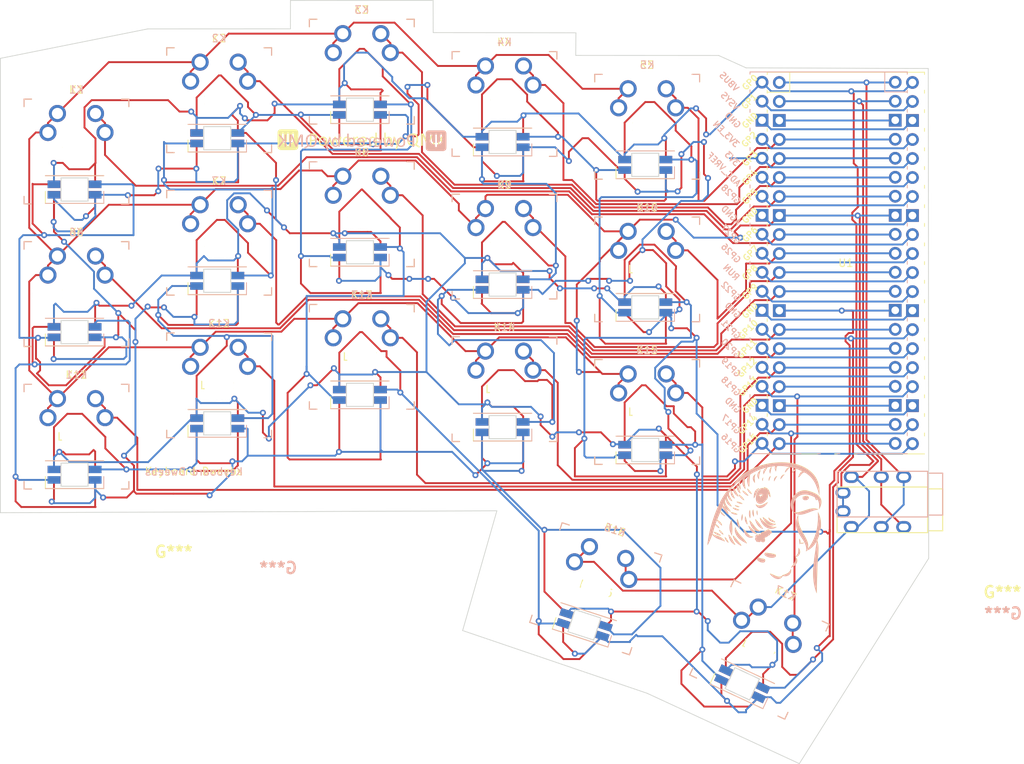
<source format=kicad_pcb>
(kicad_pcb (version 20211014) (generator pcbnew)
  (layers (0 "F.Cu" signal) (31 "B.Cu" signal) (34 "B.Paste" user) (35 "F.Paste" user) (36 "B.SilkS" user "B.Silkscreen") (37 "F.SilkS" user "F.Silkscreen") (38 "B.Mask" user) (39 "F.Mask" user) (44 "Edge.Cuts" user))
  (net 0 "")
  (net 1 "R1")
  (net 2 "GND")
  (net 3 "R2")
  (net 4 "R3")
  (net 5 "R4")
  (net 6 "R5")
  (net 7 "R6")
  (net 8 "R7")
  (net 9 "R8")
  (net 10 "R9")
  (net 11 "R10")
  (net 12 "R12")
  (net 13 "R13")
  (net 14 "R14")
  (net 15 "R15")
  (net 16 "R16")
  (net 17 "R17")
  (net 18 "TX")
  (net 19 "RX")
  (net 20 "unconnected-(U1-Pad3)")
  (net 21 "unconnected-(U1-Pad18)")
  (net 22 "R11")
  (net 23 "unconnected-(U1-Pad25)")
  (net 24 "unconnected-(U1-Pad26)")
  (net 25 "unconnected-(LED1-Pad2)")
  (net 26 "unconnected-(U1-Pad28)")
  (net 27 "unconnected-(U1-Pad29)")
  (net 28 "unconnected-(U1-Pad30)")
  (net 29 "unconnected-(U1-Pad31)")
  (net 30 "unconnected-(U1-Pad32)")
  (net 31 "unconnected-(U1-Pad33)")
  (net 32 "unconnected-(U1-Pad34)")
  (net 33 "unconnected-(U1-Pad35)")
  (net 34 "3v3")
  (net 35 "unconnected-(U1-Pad37)")
  (net 36 "unconnected-(U1-Pad38)")
  (net 37 "unconnected-(U1-Pad39)")
  (net 38 "5v")
  (net 39 "unconnected-(U1-Pad23)")
  (net 40 "GND2")
  (net 41 "Net-(LED1-Pad4)")
  (net 42 "Net-(LED2-Pad2)")
  (net 43 "Net-(LED2-Pad4)")
  (net 44 "Net-(LED3-Pad4)")
  (net 45 "Net-(LED4-Pad2)")
  (net 46 "Net-(LED4-Pad4)")
  (net 47 "Net-(LED10-Pad2)")
  (net 48 "Net-(LED11-Pad2)")
  (net 49 "Net-(LED12-Pad4)")
  (net 50 "Net-(LED13-Pad2)")
  (net 51 "Net-(LED14-Pad4)")
  (net 52 "Net-(LED10-Pad4)")
  (net 53 "Net-(LED11-Pad4)")
  (net 54 "Net-(LED13-Pad4)")
  (net 55 "Net-(LED14-Pad2)")
  (net 56 "Net-(LED15-Pad4)")
  (net 57 "LED")
  (footprint "keyswitches:SW_MX_reversible" (layer "F.Cu") (at 111.506 44.196)
    (fp_text reference "K3")
    (fp_text value "KEYSW")
  )
  (footprint "keyswitches:SW_MX_reversible" (layer "F.Cu") (at 149.606 89.662)
    (fp_text reference "K15")
    (fp_text value "KEYSW")
  )
  (footprint "keyswitches:SW_MX_reversible" (layer "F.Cu") (at 164.592 121.412 -25)
    (fp_text reference "K17")
    (fp_text value "KEYSW")
  )
  (footprint "keyswitches:SW_MX_reversible" (layer "F.Cu") (at 149.606 70.612)
    (fp_text reference "K10")
    (fp_text value "KEYSW")
  )
  (footprint "keyswitches:SW_MX_reversible" (layer "F.Cu") (at 73.406 73.914)
    (fp_text reference "K6")
    (fp_text value "KEYSW")
  )
  (footprint "kbd:YS-SK6812MINI-E-reversible-fix" (layer "F.Cu") (at 149.352 56.642)
    (fp_text reference "LED5")
    (fp_text value "YS-SK6812MINI-E")
    (fp_line (start -1.8 1.55) (end -1.8 -1.55) (layer "Edge.Cuts") (width 0.12))
    (fp_line (start -1.8 -1.55) (end 1.8 -1.55) (layer "Edge.Cuts") (width 0.12))
    (fp_line (start -1.8 1.55) (end 1.8 1.55) (layer "Edge.Cuts") (width 0.12))
    (fp_line (start 1.8 1.55) (end 1.8 -1.55) (layer "Edge.Cuts") (width 0.12))
  )
  (footprint "kbd:YS-SK6812MINI-E-reversible-fix" (layer "F.Cu") (at 130.302 72.644)
    (fp_text reference "LED9")
    (fp_text value "YS-SK6812MINI-E")
    (fp_line (start 1.8 1.55) (end 1.8 -1.55) (layer "Edge.Cuts") (width 0.12))
    (fp_line (start -1.8 -1.55) (end 1.8 -1.55) (layer "Edge.Cuts") (width 0.12))
    (fp_line (start -1.8 1.55) (end 1.8 1.55) (layer "Edge.Cuts") (width 0.12))
    (fp_line (start -1.8 1.55) (end -1.8 -1.55) (layer "Edge.Cuts") (width 0.12))
  )
  (footprint "kbd:YS-SK6812MINI-E-reversible-fix" (layer "F.Cu") (at 73.152 98.044)
    (fp_text reference "LED11")
    (fp_text value "YS-SK6812MINI-E")
    (fp_line (start -1.8 1.55) (end 1.8 1.55) (layer "Edge.Cuts") (width 0.12))
    (fp_line (start -1.8 1.55) (end -1.8 -1.55) (layer "Edge.Cuts") (width 0.12))
    (fp_line (start 1.8 1.55) (end 1.8 -1.55) (layer "Edge.Cuts") (width 0.12))
    (fp_line (start -1.8 -1.55) (end 1.8 -1.55) (layer "Edge.Cuts") (width 0.12))
  )
  (footprint "keyswitches:SW_MX_reversible" (layer "F.Cu") (at 92.456 67.056)
    (fp_text reference "K7")
    (fp_text value "KEYSW")
  )
  (footprint "kbd:YS-SK6812MINI-E-reversible-fix" (layer "F.Cu") (at 162.306 125.984 -25)
    (fp_text reference "LED17")
    (fp_text value "YS-SK6812MINI-E")
    (fp_line (start -1.8 1.55) (end -1.8 -1.55) (layer "Edge.Cuts") (width 0.12))
    (fp_line (start -1.8 -1.55) (end 1.8 -1.55) (layer "Edge.Cuts") (width 0.12))
    (fp_line (start -1.8 1.55) (end 1.8 1.55) (layer "Edge.Cuts") (width 0.12))
    (fp_line (start 1.8 1.55) (end 1.8 -1.55) (layer "Edge.Cuts") (width 0.12))
  )
  (footprint "kbd:YS-SK6812MINI-E-reversible-fix" (layer "F.Cu") (at 92.202 72.136)
    (fp_text reference "LED7")
    (fp_text value "YS-SK6812MINI-E")
    (fp_line (start -1.8 1.55) (end 1.8 1.55) (layer "Edge.Cuts") (width 0.12))
    (fp_line (start -1.8 1.55) (end -1.8 -1.55) (layer "Edge.Cuts") (width 0.12))
    (fp_line (start -1.8 -1.55) (end 1.8 -1.55) (layer "Edge.Cuts") (width 0.12))
    (fp_line (start 1.8 1.55) (end 1.8 -1.55) (layer "Edge.Cuts") (width 0.12))
  )
  (footprint "keyswitches:SW_MX_reversible" (layer "F.Cu") (at 142.748 113.284 -18)
    (fp_text reference "K16")
    (fp_text value "KEYSW")
  )
  (footprint "kbd:YS-SK6812MINI-E-reversible-fix" (layer "F.Cu") (at 92.202 53.086)
    (fp_text reference "LED2")
    (fp_text value "YS-SK6812MINI-E")
    (fp_line (start 1.8 1.55) (end 1.8 -1.55) (layer "Edge.Cuts") (width 0.12))
    (fp_line (start -1.8 -1.55) (end 1.8 -1.55) (layer "Edge.Cuts") (width 0.12))
    (fp_line (start -1.8 1.55) (end 1.8 1.55) (layer "Edge.Cuts") (width 0.12))
    (fp_line (start -1.8 1.55) (end -1.8 -1.55) (layer "Edge.Cuts") (width 0.12))
  )
  (footprint "keyswitches:SW_MX_reversible" (layer "F.Cu") (at 130.556 67.564)
    (fp_text reference "K9")
    (fp_text value "KEYSW")
  )
  (footprint "kbd:YS-SK6812MINI-E-reversible-fix" (layer "F.Cu") (at 73.152 59.944)
    (fp_text reference "LED1")
    (fp_text value "YS-SK6812MINI-E")
    (fp_line (start -1.8 1.55) (end -1.8 -1.55) (layer "Edge.Cuts") (width 0.12))
    (fp_line (start 1.8 1.55) (end 1.8 -1.55) (layer "Edge.Cuts") (width 0.12))
    (fp_line (start -1.8 1.55) (end 1.8 1.55) (layer "Edge.Cuts") (width 0.12))
    (fp_line (start -1.8 -1.55) (end 1.8 -1.55) (layer "Edge.Cuts") (width 0.12))
  )
  (footprint "imagefootprints:qmk25mm" (layer "F.Cu") (at 111.364443 53.264817)
    (fp_text reference "G***")
    (fp_text value "LOGO" hide)
  )
  (footprint "keyswitches:SW_MX_reversible" (layer "F.Cu") (at 92.456 48.006)
    (fp_text reference "K2")
    (fp_text value "KEYSW")
  )
  (footprint "kbd:YS-SK6812MINI-E-reversible-fix" (layer "F.Cu") (at 130.302 91.694)
    (fp_text reference "LED14")
    (fp_text value "YS-SK6812MINI-E")
    (fp_line (start -1.8 1.55) (end 1.8 1.55) (layer "Edge.Cuts") (width 0.12))
    (fp_line (start -1.8 -1.55) (end 1.8 -1.55) (layer "Edge.Cuts") (width 0.12))
    (fp_line (start 1.8 1.55) (end 1.8 -1.55) (layer "Edge.Cuts") (width 0.12))
    (fp_line (start -1.8 1.55) (end -1.8 -1.55) (layer "Edge.Cuts") (width 0.12))
  )
  (footprint "kbd:YS-SK6812MINI-E-reversible-fix" (layer "F.Cu") (at 73.152 78.994)
    (fp_text reference "LED6")
    (fp_text value "YS-SK6812MINI-E")
    (fp_line (start -1.8 -1.55) (end 1.8 -1.55) (layer "Edge.Cuts") (width 0.12))
    (fp_line (start 1.8 1.55) (end 1.8 -1.55) (layer "Edge.Cuts") (width 0.12))
    (fp_line (start -1.8 1.55) (end 1.8 1.55) (layer "Edge.Cuts") (width 0.12))
    (fp_line (start -1.8 1.55) (end -1.8 -1.55) (layer "Edge.Cuts") (width 0.12))
  )
  (footprint "keyswitches:SW_MX_reversible" (layer "F.Cu") (at 149.606 51.562)
    (fp_text reference "K5")
    (fp_text value "KEYSW")
  )
  (footprint "Keebio-Parts:TRRS-PJ-320A-rev" (layer "F.Cu") (at 186.0465 102.236 -90)
    (fp_text reference "U2")
    (fp_text value "TRRS")
  )
  (footprint "MCU_RaspberryPi_and_Boards:RPi_Pico_SMD_TH-REV2" (layer "F.Cu") (at 176.14 69.772)
    (fp_text reference "U1")
    (fp_text value "Pico")
  )
  (footprint "kbd:YS-SK6812MINI-E-reversible-fix" (layer "F.Cu") (at 149.352 75.692)
    (fp_text reference "LED10")
    (fp_text value "YS-SK6812MINI-E")
    (fp_line (start 1.8 1.55) (end 1.8 -1.55) (layer "Edge.Cuts") (width 0.12))
    (fp_line (start -1.8 1.55) (end 1.8 1.55) (layer "Edge.Cuts") (width 0.12))
    (fp_line (start -1.8 1.55) (end -1.8 -1.55) (layer "Edge.Cuts") (width 0.12))
    (fp_line (start -1.8 -1.55) (end 1.8 -1.55) (layer "Edge.Cuts") (width 0.12))
  )
  (footprint "kbd:YS-SK6812MINI-E-reversible-fix" (layer "F.Cu") (at 92.202 91.186)
    (fp_text reference "LED12")
    (fp_text value "YS-SK6812MINI-E")
    (fp_line (start -1.8 1.55) (end 1.8 1.55) (layer "Edge.Cuts") (width 0.12))
    (fp_line (start 1.8 1.55) (end 1.8 -1.55) (layer "Edge.Cuts") (width 0.12))
    (fp_line (start -1.8 -1.55) (end 1.8 -1.55) (layer "Edge.Cuts") (width 0.12))
    (fp_line (start -1.8 1.55) (end -1.8 -1.55) (layer "Edge.Cuts") (width 0.12))
  )
  (footprint "kbd:YS-SK6812MINI-E-reversible-fix" (layer "F.Cu") (at 111.252 68.326)
    (fp_text reference "LED8")
    (fp_text value "YS-SK6812MINI-E")
    (fp_line (start 1.8 1.55) (end 1.8 -1.55) (layer "Edge.Cuts") (width 0.12))
    (fp_line (start -1.8 1.55) (end 1.8 1.55) (layer "Edge.Cuts") (width 0.12))
    (fp_line (start -1.8 -1.55) (end 1.8 -1.55) (layer "Edge.Cuts") (width 0.12))
    (fp_line (start -1.8 1.55) (end -1.8 -1.55) (layer "Edge.Cuts") (width 0.12))
  )
  (footprint "kbd:YS-SK6812MINI-E-reversible-fix" (layer "F.Cu") (at 130.302 53.594)
    (fp_text reference "LED4")
    (fp_text value "YS-SK6812MINI-E")
    (fp_line (start -1.8 1.55) (end 1.8 1.55) (layer "Edge.Cuts") (width 0.12))
    (fp_line (start -1.8 1.55) (end -1.8 -1.55) (layer "Edge.Cuts") (width 0.12))
    (fp_line (start -1.8 -1.55) (end 1.8 -1.55) (layer "Edge.Cuts") (width 0.12))
    (fp_line (start 1.8 1.55) (end 1.8 -1.55) (layer "Edge.Cuts") (width 0.12))
  )
  (footprint "kbd:YS-SK6812MINI-E-reversible-fix" (layer "F.Cu") (at 111.252 87.376)
    (fp_text reference "LED13")
    (fp_text value "YS-SK6812MINI-E")
    (fp_line (start -1.8 -1.55) (end 1.8 -1.55) (layer "Edge.Cuts") (width 0.12))
    (fp_line (start -1.8 1.55) (end 1.8 1.55) (layer "Edge.Cuts") (width 0.12))
    (fp_line (start -1.8 1.55) (end -1.8 -1.55) (layer "Edge.Cuts") (width 0.12))
    (fp_line (start 1.8 1.55) (end 1.8 -1.55) (layer "Edge.Cuts") (width 0.12))
  )
  (footprint "keyswitches:SW_MX_reversible" (layer "F.Cu") (at 73.406 92.964)
    (fp_text reference "K11")
    (fp_text value "KEYSW")
  )
  (footprint "keyswitches:SW_MX_reversible" (layer "F.Cu") (at 92.456 86.106)
    (fp_text reference "K12")
    (fp_text value "KEYSW")
  )
  (footprint "kbd:YS-SK6812MINI-E-reversible-fix" (layer "F.Cu") (at 141.224 118.11 -18)
    (fp_text reference "LED16")
    (fp_text value "YS-SK6812MINI-E")
    (fp_line (start 1.8 1.55) (end 1.8 -1.55) (layer "Edge.Cuts") (width 0.12))
    (fp_line (start -1.8 1.55) (end 1.8 1.55) (layer "Edge.Cuts") (width 0.12))
    (fp_line (start -1.8 -1.55) (end 1.8 -1.55) (layer "Edge.Cuts") (width 0.12))
    (fp_line (start -1.8 1.55) (end -1.8 -1.55) (layer "Edge.Cuts") (width 0.12))
  )
  (footprint "imagefootprints:BudgyHeadright" (layer "F.Cu") (at 165.279057 105.139621)
    (fp_text reference "G***")
    (fp_text value "LOGO" hide)
  )
  (footprint "keyswitches:SW_MX_reversible" (layer "F.Cu") (at 111.506 63.246)
    (fp_text reference "K8")
    (fp_text value "KEYSW")
  )
  (footprint "keyswitches:SW_MX_reversible" (layer "F.Cu") (at 130.556 86.614)
    (fp_text reference "K14")
    (fp_text value "KEYSW")
  )
  (footprint "keyswitches:SW_MX_reversible" (layer "F.Cu") (at 130.556 48.514)
    (fp_text reference "K4")
    (fp_text value "KEYSW")
  )
  (footprint "keyswitches:SW_MX_reversible" (layer "F.Cu") (at 73.406 54.864)
    (fp_text reference "K1")
    (fp_text value "KEYSW")
  )
  (footprint "keyswitches:SW_MX_reversible" (layer "F.Cu") (at 111.506 82.296)
    (fp_text reference "K13")
    (fp_text value "KEYSW")
  )
  (footprint "kbd:YS-SK6812MINI-E-reversible-fix" (layer "F.Cu") (at 111.252 49.276)
    (fp_text reference "LED3")
    (fp_text value "YS-SK6812MINI-E")
    (fp_line (start 1.8 1.55) (end 1.8 -1.55) (layer "Edge.Cuts") (width 0.12))
    (fp_line (start -1.8 1.55) (end 1.8 1.55) (layer "Edge.Cuts") (width 0.12))
    (fp_line (start -1.8 1.55) (end -1.8 -1.55) (layer "Edge.Cuts") (width 0.12))
    (fp_line (start -1.8 -1.55) (end 1.8 -1.55) (layer "Edge.Cuts") (width 0.12))
  )
  (footprint "kbd:YS-SK6812MINI-E-reversible-fix" (layer "F.Cu") (at 149.352 94.742)
    (fp_text reference "LED15")
    (fp_text value "YS-SK6812MINI-E")
    (fp_line (start -1.8 -1.55) (end 1.8 -1.55) (layer "Edge.Cuts") (width 0.12))
    (fp_line (start -1.8 1.55) (end 1.8 1.55) (layer "Edge.Cuts") (width 0.12))
    (fp_line (start 1.8 1.55) (end 1.8 -1.55) (layer "Edge.Cuts") (width 0.12))
    (fp_line (start -1.8 1.55) (end -1.8 -1.55) (layer "Edge.Cuts") (width 0.12))
  )
  (footprint "imagefootprints:BudgyHeadleft" (layer "B.Cu") (at 165.259057 105.179621 180)
    (fp_text reference "G***")
    (fp_text value "LOGO" hide)
  )
  (footprint "imagefootprints:qmk25mm" (layer "B.Cu") (at 111.699057 53.399621 180)
    (fp_text reference "G***")
    (fp_text value "LOGO" hide)
  )
  (gr_line (start 124.968 118.872) (end 149.606 127.254) (layer "Edge.Cuts") (width 0.1))
  (gr_line (start 121.03 34.672) (end 101.98 34.682) (layer "Edge.Cuts") (width 0.1))
  (gr_line (start 101.98 34.682) (end 101.97 38.472) (layer "Edge.Cuts") (width 0.1))
  (gr_line (start 187.14 43.772) (end 187.198 96.774) (layer "Edge.Cuts") (width 0.1))
  (gr_line (start 121.04 38.982) (end 121.03 34.672) (layer "Edge.Cuts") (width 0.1))
  (gr_line (start 162.814 43.688) (end 159.15 42.032) (layer "Edge.Cuts") (width 0.1))
  (gr_line (start 187.198 109.22) (end 187.198 96.774) (layer "Edge.Cuts") (width 0.1))
  (gr_line (start 140.09 39.002) (end 121.04 38.982) (layer "Edge.Cuts") (width 0.1))
  (gr_line (start 101.97 38.472) (end 82.93 38.482) (layer "Edge.Cuts") (width 0.1))
  (gr_line (start 140.07 42.022) (end 140.09 39.002) (layer "Edge.Cuts") (width 0.1))
  (gr_line (start 149.606 127.254) (end 169.926 136.652) (layer "Edge.Cuts") (width 0.1))
  (gr_line (start 169.926 136.652) (end 187.198 109.22) (layer "Edge.Cuts") (width 0.1))
  (gr_line (start 82.93 38.482) (end 63.246 42.418) (layer "Edge.Cuts") (width 0.1))
  (gr_line (start 63.246 103.124) (end 129.54 102.87) (layer "Edge.Cuts") (width 0.1))
  (gr_line (start 63.246 42.418) (end 63.246 103.124) (layer "Edge.Cuts") (width 0.1))
  (gr_line (start 159.15 42.032) (end 140.07 42.022) (layer "Edge.Cuts") (width 0.1))
  (gr_line (start 129.54 102.87) (end 124.968 118.872) (layer "Edge.Cuts") (width 0.1))
  (gr_line (start 162.814 43.688) (end 187.14 43.772) (layer "Edge.Cuts") (width 0.1))
  (gr_text "Keyboard Dweebs" (at 89.079057 97.649621) (layer "B.SilkS") (effects (font (size 1 1)) (justify mirror)))
  (gr_text "Keyboard Dweebs" (at 89.079057 97.589621) (layer "F.SilkS") (effects (font (size 1 1))))
  (segment (start 161.080011 67.100011) (end 166.111989 67.100011) (width 0.25) (layer "F.Cu") (net 1))
  (segment (start 157.226 63.246) (end 161.080011 67.100011) (width 0.25) (layer "F.Cu") (net 1))
  (segment (start 104.14 55.626) (end 118.872 55.626) (width 0.25) (layer "F.Cu") (net 1))
  (segment (start 142.24 63.246) (end 157.226 63.246) (width 0.25) (layer "F.Cu") (net 1))
  (segment (start 77.216 51.054) (end 77.216 52.324) (width 0.25) (layer "F.Cu") (net 1))
  (segment (start 81.324992 59.436) (end 100.33 59.436) (width 0.25) (layer "F.Cu") (net 1))
  (segment (start 139.192 60.198) (end 142.24 63.246) (width 0.25) (layer "F.Cu") (net 1))
  (segment (start 100.33 59.436) (end 104.14 55.626) (width 0.25) (layer "F.Cu") (net 1))
  (segment (start 118.872 55.626) (end 123.444 60.198) (width 0.25) (layer "F.Cu") (net 1))
  (segment (start 123.444 60.198) (end 139.192 60.198) (width 0.25) (layer "F.Cu") (net 1))
  (segment (start 77.216 55.327008) (end 81.324992 59.436) (width 0.25) (layer "F.Cu") (net 1))
  (segment (start 166.111989 67.100011) (end 167.25 65.962) (width 0.25) (layer "F.Cu") (net 1))
  (segment (start 75.946 49.784) (end 77.216 51.054) (width 0.25) (layer "F.Cu") (net 1))
  (segment (start 77.216 52.324) (end 77.216 55.327008) (width 0.25) (layer "F.Cu") (net 1))
  (segment (start 167.25 65.962) (end 182.6935 65.962) (width 0.25) (layer "B.Cu") (net 1))
  (segment (start 182.6935 65.962) (end 182.73 65.9255) (width 0.25) (layer "B.Cu") (net 1))
  (segment (start 145.796 66.802) (end 145.796 68.072) (width 0.25) (layer "F.Cu") (net 2))
  (segment (start 103.124 57.404) (end 106.172 57.404) (width 0.25) (layer "F.Cu") (net 2))
  (segment (start 108.966 77.216) (end 107.696 78.486) (width 0.25) (layer "F.Cu") (net 2))
  (segment (start 138.751802 79.69752) (end 143.319141 84.264859) (width 0.25) (layer "F.Cu") (net 2))
  (segment (start 177.99496 63.69698) (end 177.71998 63.422) (width 0.25) (layer "F.Cu") (net 2))
  (segment (start 118.939802 75.12552) (end 125.348282 81.534) (width 0.25) (layer "F.Cu") (net 2))
  (segment (start 89.916 81.026) (end 88.646 82.296) (width 0.25) (layer "F.Cu") (net 2))
  (segment (start 100.64248 59.88552) (end 103.124 57.404) (width 0.25) (layer "F.Cu") (net 2))
  (segment (start 140.208 72.644) (end 140.208 77.47) (width 0.25) (layer "F.Cu") (net 2))
  (segment (start 129.483511 41.966489) (end 136.454489 41.966489) (width 0.25) (layer "F.Cu") (net 2))
  (segment (start 143.319141 84.264859) (end 143.636282 84.582) (width 0.25) (layer "F.Cu") (net 2))
  (segment (start 143.890282 65.532) (end 147.066 65.532) (width 0.25) (layer "F.Cu") (net 2))
  (segment (start 128.016 81.534) (end 129.85248 79.69752) (width 0.25) (layer "F.Cu") (net 2))
  (segment (start 143.300579 69.551421) (end 140.97 71.882) (width 0.25) (layer "F.Cu") (net 2))
  (segment (start 118.685802 56.07552) (end 124.46 61.849718) (width 0.25) (layer "F.Cu") (net 2))
  (segment (start 108.966 39.116) (end 110.433511 37.648489) (width 0.25) (layer "F.Cu") (net 2))
  (segment (start 140.97 46.482) (end 147.066 46.482) (width 0.25) (layer "F.Cu") (net 2))
  (segment (start 106.934 58.166) (end 108.966 58.166) (width 0.25) (layer "F.Cu") (net 2))
  (segment (start 110.433511 37.648489) (end 115.880489 37.648489) (width 0.25) (layer "F.Cu") (net 2))
  (segment (start 106.172 57.404) (end 106.934 58.166) (width 0.25) (layer "F.Cu") (net 2))
  (segment (start 89.916 61.976) (end 88.646 63.246) (width 0.25) (layer "F.Cu") (net 2))
  (segment (start 164.436879 115.734506) (end 162.671582 117.499803) (width 0.25) (layer "F.Cu") (net 2))
  (segment (start 139.909378 109.690962) (end 142.504416 109.690962) (width 0.25) (layer "F.Cu") (net 2))
  (segment (start 147.066 84.582) (end 145.796 85.852) (width 0.25) (layer "F.Cu") (net 2))
  (segment (start 128.016 43.434) (end 129.483511 41.966489) (width 0.25) (layer "F.Cu") (net 2))
  (segment (start 77.724 61.976) (end 89.916 61.976) (width 0.25) (layer "F.Cu") (net 2))
  (segment (start 148.6275 63.9705) (end 147.066 65.532) (width 0.25) (layer "F.Cu") (net 2))
  (segment (start 93.726 39.116) (end 108.966 39.116) (width 0.25) (layer "F.Cu") (net 2))
  (segment (start 153.416 63.9705) (end 148.6275 63.9705) (width 0.25) (layer "F.Cu") (net 2))
  (segment (start 140.97 71.882) (end 140.208 72.644) (width 0.25) (layer "F.Cu") (net 2))
  (segment (start 70.866 68.834) (end 77.724 61.976) (width 0.25) (layer "F.Cu") (net 2))
  (segment (start 70.866 68.834) (end 69.596 70.104) (width 0.25) (layer "F.Cu") (net 2))
  (segment (start 89.916 42.926) (end 88.646 44.196) (width 0.25) (layer "F.Cu") (net 2))
  (segment (start 108.966 39.116) (end 107.696 40.386) (width 0.25) (layer "F.Cu") (net 2))
  (segment (start 141.902123 107.66773) (end 139.909378 109.660475) (width 0.25) (layer "F.Cu") (net 2))
  (segment (start 158.253107 113.540492) (end 162.212418 117.499803) (width 0.25) (layer "F.Cu") (net 2))
  (segment (start 128.016 60.867554) (end 128.236034 60.64752) (width 0.25) (layer "F.Cu") (net 2))
  (segment (start 139.909378 109.660475) (end 139.909378 109.690962) (width 0.25) (layer "F.Cu") (net 2))
  (segment (start 139.005802 60.64752) (end 143.890282 65.532) (width 0.25) (layer "F.Cu") (net 2))
  (segment (start 126.746 63.754) (end 126.746 65.024) (width 0.25) (layer "F.Cu") (net 2))
  (segment (start 128.236034 60.64752) (end 139.005802 60.64752) (width 0.25) (layer "F.Cu") (net 2))
  (segment (start 124.46 61.849718) (end 124.46 62.738) (width 0.25) (layer "F.Cu") (net 2))
  (segment (start 142.504416 109.690962) (end 146.353946 113.540492) (width 0.25) (layer "F.Cu") (net 2))
  (segment (start 143.256 84.328) (end 143.319141 84.264859) (width 0.25) (layer "F.Cu") (net 2))
  (segment (start 128.016 43.434) (end 126.746 44.704) (width 0.25) (layer "F.Cu") (net 2))
  (segment (start 70.866 49.784) (end 69.596 51.054) (width 0.25) (layer "F.Cu") (net 2))
  (segment (start 128.016 62.484) (end 128.016 60.867554) (width 0.25) (layer "F.Cu") (net 2))
  (segment (start 69.596 51.054) (end 69.596 52.324) (width 0.25) (layer "F.Cu") (net 2))
  (segment (start 136.454489 41.966489) (end 140.97 46.482) (width 0.25) (layer "F.Cu") (net 2))
  (segment (start 69.596 70.104) (end 69.596 71.374) (width 0.25) (layer "F.Cu") (net 2))
  (segment (start 161.29 65.532) (end 161.29 65.613511) (width 0.25) (layer "F.Cu") (net 2))
  (segment (start 89.916 42.926) (end 93.726 39.116) (width 0.25) (layer "F.Cu") (net 2))
  (segment (start 69.596 71.374) (end 67.979554 71.374) (width 0.25) (layer "F.Cu") (net 2))
  (segment (start 111.05648 56.07552) (end 118.685802 56.07552) (width 0.25) (layer "F.Cu") (net 2))
  (segment (start 67.100579 84.118579) (end 70.866 87.884) (width 0.25) (layer "F.Cu") (net 2))
  (segment (start 165.921011 64.750989) (end 162.071011 64.750989) (width 0.25) (layer "F.Cu") (net 2))
  (segment (start 89.916 61.976) (end 92.00648 59.88552) (width 0.25) (layer "F.Cu") (net 2))
  (segment (start 100.770197 78.93552) (end 102.489718 77.216) (width 0.25) (layer "F.Cu") (net 2))
  (segment (start 88.646 82.296) (end 88.646 83.566) (width 0.25) (layer "F.Cu") (net 2))
  (segment (start 146.353946 113.540492) (end 158.253107 113.540492) (width 0.25) (layer "F.Cu") (net 2))
  (segment (start 161.29 65.613511) (end 162.052 66.375511) (width 0.25) (layer "F.Cu") (net 2))
  (segment (start 162.071011 64.750989) (end 161.29 65.532) (width 0.25) (layer "F.Cu") (net 2))
  (segment (start 115.880489 37.648489) (end 121.666 43.434) (width 0.25) (layer "F.Cu") (net 2))
  (segment (start 102.489718 77.216) (end 108.966 77.216) (width 0.25) (layer "F.Cu") (net 2))
  (segment (start 67.100579 53.202975) (end 67.100579 65.068579) (width 0.25) (layer "F.Cu") (net 2))
  (segment (start 147.066 46.482) (end 145.796 47.752) (width 0.25) (layer "F.Cu") (net 2))
  (segment (start 145.796 85.852) (end 145.796 87.122) (width 0.25) (layer "F.Cu") (net 2))
  (segment (start 89.916 81.026) (end 92.00648 78.93552) (width 0.25) (layer "F.Cu") (net 2))
  (segment (start 128.016 62.484) (end 126.746 63.754) (width 0.25) (layer "F.Cu") (net 2))
  (segment (start 167.25 63.422) (end 165.921011 64.750989) (width 0.25) (layer "F.Cu") (net 2))
  (segment (start 67.979554 71.374) (end 67.100579 72.252975) (width 0.25) (layer "F.Cu") (net 2))
  (segment (start 107.696 78.486) (end 107.696 79.756) (width 0.25) (layer "F.Cu") (net 2))
  (segment (start 107.696 59.436) (end 107.696 60.706) (width 0.25) (layer "F.Cu") (net 2))
  (segment (start 111.05648 75.12552) (end 118.939802 75.12552) (width 0.25) (layer "F.Cu") (net 2))
  (segment (start 69.596 89.154) (end 69.596 90.424) (width 0.25) (layer "F.Cu") (net 2))
  (segment (start 124.46 62.738) (end 126.746 65.024) (width 0.25) (layer "F.Cu") (net 2))
  (segment (start 140.4995 84.328) (end 143.256 84.328) (width 0.25) (layer "F.Cu") (net 2))
  (segment (start 180.41298 96.266) (end 180.41298 96.163916) (width 0.25) (layer "F.Cu") (net 2))
  (segment (start 107.696 40.386) (end 107.696 41.656) (width 0.25) (layer "F.Cu") (net 2))
  (segment (start 126.746 44.704) (end 126.746 45.974) (width 0.25) (layer "F.Cu") (net 2))
  (segment (start 67.979554 52.324) (end 67.100579 53.202975) (width 0.25) (layer "F.Cu") (net 2))
  (segment (start 67.100579 72.252975) (end 67.100579 84.118579) (width 0.25) (layer "F.Cu") (net 2))
  (segment (start 88.646 63.246) (end 88.646 64.516) (width 0.25) (layer "F.Cu") (net 2))
  (segment (start 67.100579 65.068579) (end 70.866 68.834) (width 0.25) (layer "F.Cu") (net 2))
  (segment (start 70.866 87.884) (end 69.596 89.154) (width 0.25) (layer "F.Cu") (net 2))
  (segment (start 180.41298 96.163916) (end 177.99496 93.745894) (width 0.25) (layer "F.Cu") (net 2))
  (segment (start 121.666 43.434) (end 128.016 43.434) (width 0.25) (layer "F.Cu") (net 2))
  (segment (start 147.066 65.532) (end 143.300579 69.297421) (width 0.25) (layer "F.Cu") (net 2))
  (segment (start 77.724 42.926) (end 89.916 42.926) (width 0.25) (layer "F.Cu") (net 2))
  (segment (start 143.636282 84.582) (end 147.066 84.582) (width 0.25) (layer "F.Cu") (net 2))
  (segment (start 69.596 52.324) (end 67.979554 52.324) (width 0.25) (layer "F.Cu") (net 2))
  (segment (start 125.348282 81.534) (end 128.016 81.534) (width 0.25) (layer "F.Cu") (net 2))
  (segment (start 92.00648 59.88552) (end 100.64248 59.88552) (width 0.25) (layer "F.Cu") (net 2))
  (segment (start 145.796 47.752) (end 145.796 49.022) (width 0.25) (layer "F.Cu") (net 2))
  (segment (start 108.966 77.216) (end 111.05648 75.12552) (width 0.25) (layer "F.Cu") (net 2))
  (segment (start 70.866 49.784) (end 77.724 42.926) (width 0.25) (layer "F.Cu") (net 2))
  (segment (start 129.85248 79.69752) (end 138.751802 79.69752) (width 0.25) (layer "F.Cu") (net 2))
  (segment (start 177.99496 93.745894) (end 177.99496 63.69698) (width 0.25) (layer "F.Cu") (net 2))
  (segment (start 128.016 81.534) (end 126.746 82.804) (width 0.25) (layer "F.Cu") (net 2))
  (segment (start 176.8625 98.342) (end 178.33698 98.342) (width 0.25) (layer "F.Cu") (net 2))
  (segment (start 88.646 44.196) (end 88.646 45.466) (width 0.25) (layer "F.Cu") (net 2))
  (segment (start 92.00648 78.93552) (end 100.770197 78.93552) (width 0.25) (layer "F.Cu") (net 2))
  (segment (start 178.33698 98.342) (end 180.41298 96.266) (width 0.25) (layer "F.Cu") (net 2))
  (segment (start 70.866 87.884) (end 77.724 81.026) (width 0.25) (layer "F.Cu") (net 2))
  (segment (start 162.671582 117.499803) (end 162.212418 117.499803) (width 0.25) (layer "F.Cu") (net 2))
  (segment (start 143.300579 69.297421) (end 143.300579 69.551421) (width 0.25) (layer "F.Cu") (net 2))
  (segment (start 147.066 65.532) (end 145.796 66.802) (width 0.25) (layer "F.Cu") (net 2))
  (segment (start 77.724 81.026) (end 89.916 81.026) (width 0.25) (layer "F.Cu") (net 2))
  (segment (start 108.966 58.166) (end 111.05648 56.07552) (width 0.25) (layer "F.Cu") (net 2))
  (segment (start 126.746 82.804) (end 126.746 84.074) (width 0.25) (layer "F.Cu") (net 2))
  (segment (start 108.966 58.166) (end 107.696 59.436) (width 0.25) (layer "F.Cu") (net 2))
  (via (at 162.052 66.375511) (size 0.8) (drill 0.4) (layers "F.Cu" "B.Cu") (net 2))
  (via (at 140.208 77.47) (size 0.8) (drill 0.4) (layers "F.Cu" "B.Cu") (net 2))
  (via (at 153.416 63.9705) (size 0.8) (drill 0.4) (layers "F.Cu" "B.Cu") (net 2))
  (via (at 140.4995 84.328) (size 0.8) (drill 0.4) (layers "F.Cu" "B.Cu") (net 2))
  (via (at 177.71998 63.422) (size 0.8) (drill 0.4) (layers "F.Cu" "B.Cu") (net 2))
  (segment (start 182.6935 63.422) (end 182.73 63.3855) (width 0.25) (layer "B.Cu") (net 2))
  (segment (start 140.208 77.47) (end 140.208 84.0365) (width 0.25) (layer "B.Cu") (net 2))
  (segment (start 140.208 84.0365) (end 140.4995 84.328) (width 0.25) (layer "B.Cu") (net 2))
  (segment (start 167.25 63.422) (end 182.6935 63.422) (width 0.25) (layer "B.Cu") (net 2))
  (segment (start 177.336 98.342) (end 176.8625 98.342) (width 0.25) (layer "B.Cu") (net 2))
  (segment (start 179.237021 100.243021) (end 177.336 98.342) (width 0.25) (layer "B.Cu") (net 2))
  (segment (start 166.169994 115.734506) (end 176.8625 105.042) (width 0.25) (layer "B.Cu") (net 2))
  (segment (start 176.8625 105.042) (end 177.7125 105.042) (width 0.25) (layer "B.Cu") (net 2))
  (segment (start 179.237021 103.517479) (end 179.237021 100.243021) (width 0.25) (layer "B.Cu") (net 2))
  (segment (start 162.052 66.375511) (end 155.821011 66.375511) (width 0.25) (layer "B.Cu") (net 2))
  (segment (start 155.821011 66.375511) (end 153.416 63.9705) (width 0.25) (layer "B.Cu") (net 2))
  (segment (start 164.436879 115.734506) (end 166.169994 115.734506) (width 0.25) (layer "B.Cu") (net 2))
  (segment (start 177.7125 105.042) (end 179.237021 103.517479) (width 0.25) (layer "B.Cu") (net 2))
  (segment (start 157.53848 62.79648) (end 160.02 65.278) (width 0.25) (layer "F.Cu") (net 3))
  (segment (start 160.02 65.278) (end 160.782 65.278) (width 0.25) (layer "F.Cu") (net 3))
  (segment (start 119.126 55.17648) (end 123.698 59.74848) (width 0.25) (layer "F.Cu") (net 3))
  (segment (start 165.921011 62.210989) (end 167.25 60.882) (width 0.25) (layer "F.Cu") (net 3))
  (segment (start 123.698 59.74848) (end 139.378197 59.74848) (width 0.25) (layer "F.Cu") (net 3))
  (segment (start 96.266 45.466) (end 97.882446 45.466) (width 0.25) (layer "F.Cu") (net 3))
  (segment (start 97.882446 45.466) (end 107.592926 55.17648) (width 0.25) (layer "F.Cu") (net 3))
  (segment (start 94.996 42.926) (end 96.266 44.196) (width 0.25) (layer "F.Cu") (net 3))
  (segment (start 142.426198 62.79648) (end 157.53848 62.79648) (width 0.25) (layer "F.Cu") (net 3))
  (segment (start 107.592926 55.17648) (end 119.126 55.17648) (width 0.25) (layer "F.Cu") (net 3))
  (segment (start 163.849011 62.210989) (end 165.921011 62.210989) (width 0.25) (layer "F.Cu") (net 3))
  (segment (start 96.266 44.196) (end 96.266 45.466) (width 0.25) (layer "F.Cu") (net 3))
  (segment (start 160.782 65.278) (end 163.849011 62.210989) (width 0.25) (layer "F.Cu") (net 3))
  (segment (start 139.378197 59.74848) (end 142.426198 62.79648) (width 0.25) (layer "F.Cu") (net 3))
  (segment (start 182.6935 60.882) (end 182.73 60.8455) (width 0.25) (layer "B.Cu") (net 3))
  (segment (start 167.25 60.882) (end 182.6935 60.882) (width 0.25) (layer "B.Cu") (net 3))
  (segment (start 119.541619 54.956381) (end 123.884198 59.29896) (width 0.25) (layer "F.Cu") (net 4))
  (segment (start 166.111989 59.480011) (end 167.25 58.342) (width 0.25) (layer "F.Cu") (net 4))
  (segment (start 161.480141 62.654349) (end 164.654479 59.480011) (width 0.25) (layer "F.Cu") (net 4))
  (segment (start 159.956859 64.579141) (end 160.845141 64.579141) (width 0.25) (layer "F.Cu") (net 4))
  (segment (start 161.480141 63.944141) (end 161.480141 62.654349) (width 0.25) (layer "F.Cu") (net 4))
  (segment (start 123.884198 59.29896) (end 139.564395 59.29896) (width 0.25) (layer "F.Cu") (net 4))
  (segment (start 116.932446 41.656) (end 119.541619 44.265173) (width 0.25) (layer "F.Cu") (net 4))
  (segment (start 115.316 40.386) (end 115.316 41.656) (width 0.25) (layer "F.Cu") (net 4))
  (segment (start 142.612396 62.34696) (end 157.724677 62.34696) (width 0.25) (layer "F.Cu") (net 4))
  (segment (start 164.654479 59.480011) (end 166.111989 59.480011) (width 0.25) (layer "F.Cu") (net 4))
  (segment (start 139.564395 59.29896) (end 142.612396 62.34696) (width 0.25) (layer "F.Cu") (net 4))
  (segment (start 157.724677 62.34696) (end 159.956859 64.579141) (width 0.25) (layer "F.Cu") (net 4))
  (segment (start 114.046 39.116) (end 115.316 40.386) (width 0.25) (layer "F.Cu") (net 4))
  (segment (start 160.845141 64.579141) (end 161.480141 63.944141) (width 0.25) (layer "F.Cu") (net 4))
  (segment (start 115.316 41.656) (end 116.932446 41.656) (width 0.25) (layer "F.Cu") (net 4))
  (segment (start 119.541619 44.265173) (end 119.541619 54.956381) (width 0.25) (layer "F.Cu") (net 4))
  (segment (start 167.25 58.342) (end 182.6935 58.342) (width 0.25) (layer "B.Cu") (net 4))
  (segment (start 182.6935 58.342) (end 182.73 58.3055) (width 0.25) (layer "B.Cu") (net 4))
  (segment (start 161.601332 61.89744) (end 161.914386 61.584386) (width 0.25) (layer "F.Cu") (net 5))
  (segment (start 134.366 45.974) (end 135.982446 45.974) (width 0.25) (layer "F.Cu") (net 5))
  (segment (start 138.43 58.674) (end 139.575152 58.674) (width 0.25) (layer "F.Cu") (net 5))
  (segment (start 133.096 43.434) (end 134.366 44.704) (width 0.25) (layer "F.Cu") (net 5))
  (segment (start 139.575152 58.674) (end 142.798594 61.89744) (width 0.25) (layer "F.Cu") (net 5))
  (segment (start 161.914386 61.584386) (end 161.914386 59.680104) (width 0.25) (layer "F.Cu") (net 5))
  (segment (start 161.914386 59.680104) (end 164.654479 56.940011) (width 0.25) (layer "F.Cu") (net 5))
  (segment (start 166.111989 56.940011) (end 167.25 55.802) (width 0.25) (layer "F.Cu") (net 5))
  (segment (start 164.654479 56.940011) (end 166.111989 56.940011) (width 0.25) (layer "F.Cu") (net 5))
  (segment (start 138.43 48.421554) (end 138.43 58.674) (width 0.25) (layer "F.Cu") (net 5))
  (segment (start 135.982446 45.974) (end 138.43 48.421554) (width 0.25) (layer "F.Cu") (net 5))
  (segment (start 142.798594 61.89744) (end 161.601332 61.89744) (width 0.25) (layer "F.Cu") (net 5))
  (segment (start 134.366 44.704) (end 134.366 45.974) (width 0.25) (layer "F.Cu") (net 5))
  (segment (start 182.73 55.7655) (end 167.2865 55.7655) (width 0.25) (layer "B.Cu") (net 5))
  (segment (start 167.2865 55.7655) (end 167.25 55.802) (width 0.25) (layer "B.Cu") (net 5))
  (segment (start 152.146 46.482) (end 153.416 47.752) (width 0.25) (layer "F.Cu") (net 6))
  (segment (start 156.464 50.453554) (end 156.464 61.44792) (width 0.25) (layer "F.Cu") (net 6))
  (segment (start 166.111989 54.400011) (end 167.25 53.262) (width 0.25) (layer "F.Cu") (net 6))
  (segment (start 164.293989 54.400011) (end 166.111989 54.400011) (width 0.25) (layer "F.Cu") (net 6))
  (segment (start 153.416 47.752) (end 153.416 49.022) (width 0.25) (layer "F.Cu") (net 6))
  (segment (start 156.464 61.44792) (end 157.24608 61.44792) (width 0.25) (layer "F.Cu") (net 6))
  (segment (start 155.032446 49.022) (end 156.464 50.453554) (width 0.25) (layer "F.Cu") (net 6))
  (segment (start 157.24608 61.44792) (end 164.293989 54.400011) (width 0.25) (layer "F.Cu") (net 6))
  (segment (start 153.416 49.022) (end 155.032446 49.022) (width 0.25) (layer "F.Cu") (net 6))
  (segment (start 182.6935 53.262) (end 182.73 53.2255) (width 0.25) (layer "B.Cu") (net 6))
  (segment (start 167.25 53.262) (end 182.6935 53.262) (width 0.25) (layer "B.Cu") (net 6))
  (segment (start 84.791008 78.486) (end 100.584 78.486) (width 0.25) (layer "F.Cu") (net 7))
  (segment (start 104.394 74.676) (end 119.126 74.676) (width 0.25) (layer "F.Cu") (net 7))
  (segment (start 123.698 79.248) (end 138.938 79.248) (width 0.25) (layer "F.Cu") (net 7))
  (segment (start 119.126 74.676) (end 123.698 79.248) (width 0.25) (layer "F.Cu") (net 7))
  (segment (start 77.679008 71.374) (end 84.791008 78.486) (width 0.25) (layer "F.Cu") (net 7))
  (segment (start 142.030011 82.340011) (end 166.111989 82.340011) (width 0.25) (layer "F.Cu") (net 7))
  (segment (start 77.216 71.374) (end 77.679008 71.374) (width 0.25) (layer "F.Cu") (net 7))
  (segment (start 166.111989 82.340011) (end 167.25 81.202) (width 0.25) (layer "F.Cu") (net 7))
  (segment (start 77.216 70.104) (end 77.216 71.374) (width 0.25) (layer "F.Cu") (net 7))
  (segment (start 75.946 68.834) (end 77.216 70.104) (width 0.25) (layer "F.Cu") (net 7))
  (segment (start 100.584 78.486) (end 104.394 74.676) (width 0.25) (layer "F.Cu") (net 7))
  (segment (start 138.938 79.248) (end 142.030011 82.340011) (width 0.25) (layer "F.Cu") (net 7))
  (segment (start 167.25 81.202) (end 182.6935 81.202) (width 0.25) (layer "B.Cu") (net 7))
  (segment (start 182.6935 81.202) (end 182.73 81.1655) (width 0.25) (layer "B.Cu") (net 7))
  (segment (start 123.825718 78.74) (end 139.065718 78.74) (width 0.25) (layer "F.Cu") (net 8))
  (segment (start 100.076 66.709554) (end 100.076 77.724) (width 0.25) (layer "F.Cu") (net 8))
  (segment (start 119.312198 74.22648) (end 123.825718 78.74) (width 0.25) (layer "F.Cu") (net 8))
  (segment (start 96.266 64.516) (end 97.882446 64.516) (width 0.25) (layer "F.Cu") (net 8))
  (segment (start 159.004 81.890491) (end 160.903502 79.990989) (width 0.25) (layer "F.Cu") (net 8))
  (segment (start 96.266 63.246) (end 96.266 64.516) (width 0.25) (layer "F.Cu") (net 8))
  (segment (start 97.882446 64.516) (end 100.076 66.709554) (width 0.25) (layer "F.Cu") (net 8))
  (segment (start 104.207803 74.22648) (end 119.312198 74.22648) (width 0.25) (layer "F.Cu") (net 8))
  (segment (start 165.921011 79.990989) (end 167.25 78.662) (width 0.25) (layer "F.Cu") (net 8))
  (segment (start 142.216209 81.890491) (end 159.004 81.890491) (width 0.25) (layer "F.Cu") (net 8))
  (segment (start 100.33 77.978) (end 100.456282 77.978) (width 0.25) (layer "F.Cu") (net 8))
  (segment (start 100.076 77.724) (end 100.33 77.978) (width 0.25) (layer "F.Cu") (net 8))
  (segment (start 160.903502 79.990989) (end 165.921011 79.990989) (width 0.25) (layer "F.Cu") (net 8))
  (segment (start 100.456282 77.978) (end 104.207803 74.22648) (width 0.25) (layer "F.Cu") (net 8))
  (segment (start 94.996 61.976) (end 96.266 63.246) (width 0.25) (layer "F.Cu") (net 8))
  (segment (start 139.065718 78.74) (end 142.216209 81.890491) (width 0.25) (layer "F.Cu") (net 8))
  (segment (start 182.6935 78.662) (end 182.73 78.6255) (width 0.25) (layer "B.Cu") (net 8))
  (segment (start 167.25 78.662) (end 182.6935 78.662) (width 0.25) (layer "B.Cu") (net 8))
  (segment (start 119.634718 63.408272) (end 119.634718 73.913282) (width 0.25) (layer "F.Cu") (net 9))
  (segment (start 116.932446 60.706) (end 119.634718 63.408272) (width 0.25) (layer "F.Cu") (net 9))
  (segment (start 166.111989 74.720011) (end 167.25 73.582) (width 0.25) (layer "F.Cu") (net 9))
  (segment (start 159.499387 80.759386) (end 159.499387 79.187091) (width 0.25) (layer "F.Cu") (net 9))
  (segment (start 119.634718 73.913282) (end 123.952718 78.231282) (width 0.25) (layer "F.Cu") (net 9))
  (segment (start 114.046 58.166) (end 115.316 59.436) (width 0.25) (layer "F.Cu") (net 9))
  (segment (start 158.817802 81.440971) (end 159.499387 80.759386) (width 0.25) (layer "F.Cu") (net 9))
  (segment (start 139.192717 78.231282) (end 142.402406 81.440971) (width 0.25) (layer "F.Cu") (net 9))
  (segment (start 123.952718 78.231282) (end 139.192717 78.231282) (width 0.25) (layer "F.Cu") (net 9))
  (segment (start 115.316 60.706) (end 116.932446 60.706) (width 0.25) (layer "F.Cu") (net 9))
  (segment (start 159.499387 79.187091) (end 163.966467 74.720011) (width 0.25) (layer "F.Cu") (net 9))
  (segment (start 115.316 59.436) (end 115.316 60.706) (width 0.25) (layer "F.Cu") (net 9))
  (segment (start 142.402406 81.440971) (end 158.817802 81.440971) (width 0.25) (layer "F.Cu") (net 9))
  (segment (start 163.966467 74.720011) (end 166.111989 74.720011) (width 0.25) (layer "F.Cu") (net 9))
  (segment (start 167.2865 73.5455) (end 167.25 73.582) (width 0.25) (layer "B.Cu") (net 9))
  (segment (start 182.73 73.5455) (end 167.2865 73.5455) (width 0.25) (layer "B.Cu") (net 9))
  (segment (start 134.366 63.754) (end 134.366 65.024) (width 0.25) (layer "F.Cu") (net 10))
  (segment (start 159.004 80.518) (end 159.004 77.83049) (width 0.25) (layer "F.Cu") (net 10))
  (segment (start 138.684 68.878992) (end 138.684 77.781762) (width 0.25) (layer "F.Cu") (net 10))
  (segment (start 134.829008 65.024) (end 138.684 68.878992) (width 0.25) (layer "F.Cu") (net 10))
  (segment (start 139.378914 77.781762) (end 142.588604 80.991451) (width 0.25) (layer "F.Cu") (net 10))
  (segment (start 166.111989 72.180011) (end 167.25 71.042) (width 0.25) (layer "F.Cu") (net 10))
  (segment (start 133.096 62.484) (end 134.366 63.754) (width 0.25) (layer "F.Cu") (net 10))
  (segment (start 134.366 65.024) (end 134.829008 65.024) (width 0.25) (layer "F.Cu") (net 10))
  (segment (start 163.322 72.39) (end 163.531989 72.180011) (width 0.25) (layer "F.Cu") (net 10))
  (segment (start 163.531989 72.180011) (end 166.111989 72.180011) (width 0.25) (layer "F.Cu") (net 10))
  (segment (start 159.004 77.83049) (end 163.322 73.51249) (width 0.25) (layer "F.Cu") (net 10))
  (segment (start 163.322 73.51249) (end 163.322 72.39) (width 0.25) (layer "F.Cu") (net 10))
  (segment (start 158.530549 80.991451) (end 159.004 80.518) (width 0.25) (layer "F.Cu") (net 10))
  (segment (start 138.684 77.781762) (end 139.378914 77.781762) (width 0.25) (layer "F.Cu") (net 10))
  (segment (start 142.588604 80.991451) (end 158.530549 80.991451) (width 0.25) (layer "F.Cu") (net 10))
  (segment (start 167.2865 71.0055) (end 167.25 71.042) (width 0.25) (layer "B.Cu") (net 10))
  (segment (start 182.73 71.0055) (end 167.2865 71.0055) (width 0.25) (layer "B.Cu") (net 10))
  (segment (start 162.814 69.85) (end 162.833011 69.830989) (width 0.25) (layer "F.Cu") (net 11))
  (segment (start 165.921011 69.830989) (end 167.25 68.502) (width 0.25) (layer "F.Cu") (net 11))
  (segment (start 162.833011 69.830989) (end 165.921011 69.830989) (width 0.25) (layer "F.Cu") (net 11))
  (segment (start 155.032446 68.072) (end 159.004 72.043554) (width 0.25) (layer "F.Cu") (net 11))
  (segment (start 153.416 68.072) (end 155.032446 68.072) (width 0.25) (layer "F.Cu") (net 11))
  (segment (start 153.416 66.802) (end 153.416 68.072) (width 0.25) (layer "F.Cu") (net 11))
  (segment (start 152.146 65.532) (end 153.416 66.802) (width 0.25) (layer "F.Cu") (net 11))
  (segment (start 159.004 72.043554) (end 159.004 77.194772) (width 0.25) (layer "F.Cu") (net 11))
  (segment (start 159.004 77.194772) (end 162.814 73.384772) (width 0.25) (layer "F.Cu") (net 11))
  (segment (start 162.814 73.384772) (end 162.814 69.85) (width 0.25) (layer "F.Cu") (net 11))
  (segment (start 167.2865 68.4655) (end 167.25 68.502) (width 0.25) (layer "B.Cu") (net 11))
  (segment (start 182.73 68.4655) (end 167.2865 68.4655) (width 0.25) (layer "B.Cu") (net 11))
  (segment (start 164.654479 92.500011) (end 166.111989 92.500011) (width 0.25) (layer "F.Cu") (net 12))
  (segment (start 99.822 85.505554) (end 99.822 99.62648) (width 0.25) (layer "F.Cu") (net 12))
  (segment (start 99.822 99.62648) (end 160.889802 99.62648) (width 0.25) (layer "F.Cu") (net 12))
  (segment (start 166.111989 92.500011) (end 167.25 91.362) (width 0.25) (layer "F.Cu") (net 12))
  (segment (start 97.882446 83.566) (end 99.822 85.505554) (width 0.25) (layer "F.Cu") (net 12))
  (segment (start 94.996 81.026) (end 96.266 82.296) (width 0.25) (layer "F.Cu") (net 12))
  (segment (start 163.024141 97.492141) (end 163.024141 94.130349) (width 0.25) (layer "F.Cu") (net 12))
  (segment (start 163.024141 94.130349) (end 164.654479 92.500011) (width 0.25) (layer "F.Cu") (net 12))
  (segment (start 160.889802 99.62648) (end 163.024141 97.492141) (width 0.25) (layer "F.Cu") (net 12))
  (segment (start 96.266 83.566) (end 97.882446 83.566) (width 0.25) (layer "F.Cu") (net 12))
  (segment (start 96.266 82.296) (end 96.266 83.566) (width 0.25) (layer "F.Cu") (net 12))
  (segment (start 167.25 91.362) (end 182.6935 91.362) (width 0.25) (layer "B.Cu") (net 12))
  (segment (start 182.6935 91.362) (end 182.73 91.3255) (width 0.25) (layer "B.Cu") (net 12))
  (segment (start 160.703604 99.17696) (end 162.56 97.320564) (width 0.25) (layer "F.Cu") (net 13))
  (segment (start 118.872 98.044) (end 120.00496 99.17696) (width 0.25) (layer "F.Cu") (net 13))
  (segment (start 115.316 78.486) (end 115.316 79.756) (width 0.25) (layer "F.Cu") (net 13))
  (segment (start 115.316 79.756) (end 116.932446 79.756) (width 0.25) (layer "F.Cu") (net 13))
  (segment (start 116.932446 79.756) (end 118.872 81.695554) (width 0.25) (layer "F.Cu") (net 13))
  (segment (start 120.00496 99.17696) (end 160.703604 99.17696) (width 0.25) (layer "F.Cu") (net 13))
  (segment (start 114.046 77.216) (end 115.316 78.486) (width 0.25) (layer "F.Cu") (net 13))
  (segment (start 162.56 88.826478) (end 163.966467 87.420011) (width 0.25) (layer "F.Cu") (net 13))
  (segment (start 118.872 81.695554) (end 118.872 98.044) (width 0.25) (layer "F.Cu") (net 13))
  (segment (start 162.56 97.320564) (end 162.56 88.826478) (width 0.25) (layer "F.Cu") (net 13))
  (segment (start 163.966467 87.420011) (end 166.111989 87.420011) (width 0.25) (layer "F.Cu") (net 13))
  (segment (start 166.111989 87.420011) (end 167.25 86.282) (width 0.25) (layer "F.Cu") (net 13))
  (segment (start 167.25 86.282) (end 182.6935 86.282) (width 0.25) (layer "B.Cu") (net 13))
  (segment (start 182.6935 86.282) (end 182.73 86.2455) (width 0.25) (layer "B.Cu") (net 13))
  (segment (start 137.668 85.759554) (end 137.668 96.774) (width 0.25) (layer "F.Cu") (net 14))
  (segment (start 133.096 81.534) (end 134.366 82.804) (width 0.25) (layer "F.Cu") (net 14))
  (segment (start 137.668 96.774) (end 139.62144 98.72744) (width 0.25) (layer "F.Cu") (net 14))
  (segment (start 135.982446 84.074) (end 137.668 85.759554) (width 0.25) (layer "F.Cu") (net 14))
  (segment (start 165.921011 85.070989) (end 167.25 83.742) (width 0.25) (layer "F.Cu") (net 14))
  (segment (start 162.052 87.48249) (end 164.463501 85.070989) (width 0.25) (layer "F.Cu") (net 14))
  (segment (start 134.366 82.804) (end 134.366 84.074) (width 0.25) (layer "F.Cu") (net 14))
  (segment (start 160.517406 98.72744) (end 162.052 97.192846) (width 0.25) (layer "F.Cu") (net 14))
  (segment (start 164.463501 85.070989) (end 165.921011 85.070989) (width 0.25) (layer "F.Cu") (net 14))
  (segment (start 134.366 84.074) (end 135.982446 84.074) (width 0.25) (layer "F.Cu") (net 14))
  (segment (start 139.62144 98.72744) (end 160.517406 98.72744) (width 0.25) (layer "F.Cu") (net 14))
  (segment (start 162.052 97.192846) (end 162.052 87.48249) (width 0.25) (layer "F.Cu") (net 14))
  (segment (start 182.6935 83.742) (end 182.73 83.7055) (width 0.25) (layer "B.Cu") (net 14))
  (segment (start 167.25 83.742) (end 182.6935 83.742) (width 0.25) (layer "B.Cu") (net 14))
  (segment (start 155.032446 87.122) (end 156.972 89.061554) (width 0.25) (layer "F.Cu") (net 15))
  (segment (start 153.416 87.122) (end 155.032446 87.122) (width 0.25) (layer "F.Cu") (net 15))
  (segment (start 153.416 85.852) (end 153.416 87.122) (width 0.25) (layer "F.Cu") (net 15))
  (segment (start 161.3275 97.22442) (end 161.3275 96.266) (width 0.25) (layer "F.Cu") (net 15))
  (segment (start 156.972 98.27792) (end 160.274 98.27792) (width 0.25) (layer "F.Cu") (net 15))
  (segment (start 156.972 89.061554) (end 156.972 98.27792) (width 0.25) (layer "F.Cu") (net 15))
  (segment (start 160.274 98.27792) (end 161.3275 97.22442) (width 0.25) (layer "F.Cu") (net 15))
  (segment (start 152.146 84.582) (end 153.416 85.852) (width 0.25) (layer "F.Cu") (net 15))
  (via (at 161.3275 96.266) (size 0.8) (drill 0.4) (layers "F.Cu" "B.Cu") (net 15))
  (segment (start 166.3345 95.25) (end 164.95 93.8655) (width 0.25) (layer "B.Cu") (net 15))
  (segment (start 162.5495 96.266) (end 164.95 93.8655) (width 0.25) (layer "B.Cu") (net 15))
  (segment (start 183.682 95.25) (end 166.3345 95.25) (width 0.25) (layer "B.Cu") (net 15))
  (segment (start 185.03 93.902) (end 183.682 95.25) (width 0.25) (layer "B.Cu") (net 15))
  (segment (start 161.3275 96.266) (end 162.5495 96.266) (width 0.25) (layer "B.Cu") (net 15))
  (segment (start 161.30514 112.045671) (end 168.829489 104.521322) (width 0.25) (layer "F.Cu") (net 16))
  (segment (start 168.829489 104.521322) (end 168.829489 92.536511) (width 0.25) (layer "F.Cu") (net 16))
  (segment (start 147.156428 112.045671) (end 161.30514 112.045671) (width 0.25) (layer "F.Cu") (net 16))
  (segment (start 146.73349 109.237536) (end 146.73349 111.622733) (width 0.25) (layer "F.Cu") (net 16))
  (segment (start 146.73349 111.622733) (end 147.156428 112.045671) (width 0.25) (layer "F.Cu") (net 16))
  (via (at 168.829489 92.536511) (size 0.8) (drill 0.4) (layers "F.Cu" "B.Cu") (net 16))
  (segment (start 168.829489 92.536511) (end 183.855489 92.536511) (width 0.25) (layer "B.Cu") (net 16))
  (segment (start 164.95 91.3255) (end 166.161011 92.536511) (width 0.25) (layer "B.Cu") (net 16))
  (segment (start 166.161011 92.536511) (end 168.829489 92.536511) (width 0.25) (layer "B.Cu") (net 16))
  (segment (start 183.855489 92.536511) (end 185.03 91.362) (width 0.25) (layer "B.Cu") (net 16))
  (segment (start 169.040923 117.881407) (end 169.040923 120.642594) (width 0.25) (layer "F.Cu") (net 17))
  (segment (start 169.279009 117.643321) (end 169.279009 93.356991) (width 0.25) (layer "F.Cu") (net 17))
  (segment (start 169.672 87.63) (end 169.633978 87.591978) (width 0.25) (layer "F.Cu") (net 17))
  (segment (start 169.279009 93.356991) (end 169.672 92.964) (width 0.25) (layer "F.Cu") (net 17))
  (segment (start 169.040923 120.642594) (end 169.118483 120.720154) (width 0.25) (layer "F.Cu") (net 17))
  (segment (start 169.672 92.964) (end 169.672 87.63) (width 0.25) (layer "F.Cu") (net 17))
  (segment (start 169.040923 117.881407) (end 169.279009 117.643321) (width 0.25) (layer "F.Cu") (net 17))
  (via (at 169.633978 87.591978) (size 0.8) (drill 0.4) (layers "F.Cu" "B.Cu") (net 17))
  (segment (start 164.95 86.2455) (end 166.296478 87.591978) (width 0.25) (layer "B.Cu") (net 17))
  (segment (start 183.720022 87.591978) (end 185.03 86.282) (width 0.25) (layer "B.Cu") (net 17))
  (segment (start 166.296478 87.591978) (end 169.633978 87.591978) (width 0.25) (layer "B.Cu") (net 17))
  (segment (start 169.633978 87.591978) (end 183.720022 87.591978) (width 0.25) (layer "B.Cu") (net 17))
  (segment (start 178.894 93.3735) (end 178.894 45.642) (width 0.25) (layer "F.Cu") (net 18))
  (segment (start 183.8625 98.342) (end 178.894 93.3735) (width 0.25) (layer "F.Cu") (net 18))
  (via (at 178.894 45.642) (size 0.8) (drill 0.4) (layers "F.Cu" "B.Cu") (net 18))
  (segment (start 167.25 45.642) (end 178.894 45.642) (width 0.25) (layer "B.Cu") (net 18))
  (segment (start 182.6935 45.642) (end 182.73 45.6055) (width 0.25) (layer "B.Cu") (net 18))
  (segment (start 178.894 45.642) (end 182.6935 45.642) (width 0.25) (layer "B.Cu") (net 18))
  (segment (start 183.8625 102.042) (end 180.8625 105.042) (width 0.25) (layer "B.Cu") (net 18))
  (segment (start 183.8625 98.342) (end 183.8625 102.042) (width 0.25) (layer "B.Cu") (net 18))
  (segment (start 178.44448 93.559697) (end 178.44448 48.67548) (width 0.25) (layer "F.Cu") (net 19))
  (segment (start 178.44448 48.67548) (end 177.9145 48.1455) (width 0.25) (layer "F.Cu") (net 19))
  (segment (start 180.8625 98.342) (end 180.8625 102.042) (width 0.25) (layer "F.Cu") (net 19))
  (segment (start 180.8625 95.977718) (end 178.44448 93.559697) (width 0.25) (layer "F.Cu") (net 19))
  (segment (start 180.8625 102.042) (end 183.8625 105.042) (width 0.25) (layer "F.Cu") (net 19))
  (segment (start 180.8625 98.342) (end 180.8625 95.977718) (width 0.25) (layer "F.Cu") (net 19))
  (via (at 177.9145 48.1455) (size 0.8) (drill 0.4) (layers "F.Cu" "B.Cu") (net 19))
  (segment (start 167.2865 48.1455) (end 167.25 48.182) (width 0.25) (layer "B.Cu") (net 19))
  (segment (start 177.9145 48.1455) (end 167.2865 48.1455) (width 0.25) (layer "B.Cu") (net 19))
  (segment (start 182.73 48.1455) (end 177.9145 48.1455) (width 0.25) (layer "B.Cu") (net 19))
  (segment (start 182.6935 50.722) (end 182.73 50.6855) (width 0.25) (layer "B.Cu") (net 20))
  (segment (start 167.25 50.722) (end 182.6935 50.722) (width 0.25) (layer "B.Cu") (net 20))
  (segment (start 167.25 88.822) (end 182.6935 88.822) (width 0.25) (layer "B.Cu") (net 21))
  (segment (start 182.6935 88.822) (end 182.73 88.7855) (width 0.25) (layer "B.Cu") (net 21))
  (segment (start 77.216 90.424) (end 78.832446 90.424) (width 0.25) (layer "F.Cu") (net 22))
  (segment (start 81.534 93.125554) (end 81.534 100.076) (width 0.25) (layer "F.Cu") (net 22))
  (segment (start 77.216 89.154) (end 77.216 90.424) (width 0.25) (layer "F.Cu") (net 22))
  (segment (start 81.534 100.076) (end 161.076 100.076) (width 0.25) (layer "F.Cu") (net 22))
  (segment (start 161.076 100.076) (end 167.25 93.902) (width 0.25) (layer "F.Cu") (net 22))
  (segment (start 75.946 87.884) (end 77.216 89.154) (width 0.25) (layer "F.Cu") (net 22))
  (segment (start 78.832446 90.424) (end 81.534 93.125554) (width 0.25) (layer "F.Cu") (net 22))
  (segment (start 182.6935 93.902) (end 182.73 93.8655) (width 0.25) (layer "B.Cu") (net 22))
  (segment (start 167.25 93.902) (end 182.6935 93.902) (width 0.25) (layer "B.Cu") (net 22))
  (segment (start 183.855489 84.916511) (end 166.161011 84.916511) (width 0.25) (layer "B.Cu") (net 23))
  (segment (start 185.03 83.742) (end 183.855489 84.916511) (width 0.25) (layer "B.Cu") (net 23))
  (segment (start 166.161011 84.916511) (end 164.95 83.7055) (width 0.25) (layer "B.Cu") (net 23))
  (segment (start 166.161011 82.376511) (end 183.855489 82.376511) (width 0.25) (layer "B.Cu") (net 24))
  (segment (start 164.95 81.1655) (end 166.161011 82.376511) (width 0.25) (layer "B.Cu") (net 24))
  (segment (start 183.855489 82.376511) (end 185.03 81.202) (width 0.25) (layer "B.Cu") (net 24))
  (segment (start 75.902 62.274) (end 75.902 60.644) (width 0.25) (layer "F.Cu") (net 25))
  (segment (start 74.676 63.5) (end 75.902 62.274) (width 0.25) (layer "F.Cu") (net 25))
  (via (at 74.676 63.5) (size 0.8) (drill 0.4) (layers "F.Cu" "B.Cu") (net 25))
  (segment (start 74.168 64.008) (end 74.676 63.5) (width 0.25) (layer "B.Cu") (net 25))
  (segment (start 73.152 64.008) (end 74.168 64.008) (width 0.25) (layer "B.Cu") (net 25))
  (segment (start 70.402 61.258) (end 73.152 64.008) (width 0.25) (layer "B.Cu") (net 25))
  (segment (start 70.402 60.644) (end 70.402 61.258) (width 0.25) (layer "B.Cu") (net 25))
  (segment (start 164.95 76.0855) (end 166.188196 77.323696) (width 0.25) (layer "B.Cu") (net 26))
  (segment (start 166.188196 77.323696) (end 183.828304 77.323696) (width 0.25) (layer "B.Cu") (net 26))
  (segment (start 183.828304 77.323696) (end 185.03 76.122) (width 0.25) (layer "B.Cu") (net 26))
  (segment (start 166.315489 74.910989) (end 183.701011 74.910989) (width 0.25) (layer "B.Cu") (net 27))
  (segment (start 183.701011 74.910989) (end 185.03 73.582) (width 0.25) (layer "B.Cu") (net 27))
  (segment (start 164.95 73.5455) (end 166.315489 74.910989) (width 0.25) (layer "B.Cu") (net 27))
  (segment (start 183.855489 72.216511) (end 185.03 71.042) (width 0.25) (layer "B.Cu") (net 28))
  (segment (start 166.161011 72.216511) (end 183.855489 72.216511) (width 0.25) (layer "B.Cu") (net 28))
  (segment (start 164.95 71.0055) (end 166.161011 72.216511) (width 0.25) (layer "B.Cu") (net 28))
  (segment (start 166.161011 69.676511) (end 183.855489 69.676511) (width 0.25) (layer "B.Cu") (net 29))
  (segment (start 183.855489 69.676511) (end 185.03 68.502) (width 0.25) (layer "B.Cu") (net 29))
  (segment (start 164.95 68.4655) (end 166.161011 69.676511) (width 0.25) (layer "B.Cu") (net 29))
  (segment (start 166.315489 67.290989) (end 164.95 65.9255) (width 0.25) (layer "B.Cu") (net 30))
  (segment (start 183.701011 67.290989) (end 166.315489 67.290989) (width 0.25) (layer "B.Cu") (net 30))
  (segment (start 185.03 65.962) (end 183.701011 67.290989) (width 0.25) (layer "B.Cu") (net 30))
  (segment (start 183.855489 64.596511) (end 185.03 63.422) (width 0.25) (layer "B.Cu") (net 31))
  (segment (start 164.95 63.3855) (end 166.161011 64.596511) (width 0.25) (layer "B.Cu") (net 31))
  (segment (start 166.161011 64.596511) (end 183.855489 64.596511) (width 0.25) (layer "B.Cu") (net 31))
  (segment (start 164.95 60.8455) (end 166.161011 62.056511) (width 0.25) (layer "B.Cu") (net 32))
  (segment (start 166.161011 62.056511) (end 183.855489 62.056511) (width 0.25) (layer "B.Cu") (net 32))
  (segment (start 183.855489 62.056511) (end 185.03 60.882) (width 0.25) (layer "B.Cu") (net 32))
  (segment (start 166.161011 59.516511) (end 183.855489 59.516511) (width 0.25) (layer "B.Cu") (net 33))
  (segment (start 183.855489 59.516511) (end 185.03 58.342) (width 0.25) (layer "B.Cu") (net 33))
  (segment (start 164.95 58.3055) (end 166.161011 59.516511) (width 0.25) (layer "B.Cu") (net 33))
  (segment (start 166.161011 56.976511) (end 183.855489 56.976511) (width 0.25) (layer "B.Cu") (net 34))
  (segment (start 183.855489 56.976511) (end 185.03 55.802) (width 0.25) (layer "B.Cu") (net 34))
  (segment (start 164.95 55.7655) (end 160.6675 55.7655) (width 0.25) (layer "B.Cu") (net 34))
  (segment (start 164.95 55.7655) (end 166.161011 56.976511) (width 0.25) (layer "B.Cu") (net 34))
  (segment (start 166.161011 54.436511) (end 183.855489 54.436511) (width 0.25) (layer "B.Cu") (net 35))
  (segment (start 183.855489 54.436511) (end 185.03 53.262) (width 0.25) (layer "B.Cu") (net 35))
  (segment (start 164.95 53.2255) (end 166.161011 54.436511) (width 0.25) (layer "B.Cu") (net 35))
  (segment (start 164.95 50.6855) (end 166.161011 51.896511) (width 0.25) (layer "B.Cu") (net 36))
  (segment (start 166.161011 51.896511) (end 183.855489 51.896511) (width 0.25) (layer "B.Cu") (net 36))
  (segment (start 183.855489 51.896511) (end 185.03 50.722) (width 0.25) (layer "B.Cu") (net 36))
  (segment (start 183.855489 49.356511) (end 185.03 48.182) (width 0.25) (layer "B.Cu") (net 37))
  (segment (start 166.161011 49.356511) (end 183.855489 49.356511) (width 0.25) (layer "B.Cu") (net 37))
  (segment (start 164.95 48.1455) (end 166.161011 49.356511) (width 0.25) (layer "B.Cu") (net 37))
  (segment (start 177.54544 64.51544) (end 176.995469 63.965469) (width 0.25) (layer "F.Cu") (net 38))
  (segment (start 114.002 47.034) (end 114.002 48.576) (width 0.25) (layer "F.Cu") (net 38))
  (segment (start 165.094179 124.679493) (end 165.094179 126.511785) (width 0.25) (layer "F.Cu") (net 38))
  (segment (start 131.790421 88.982421) (end 128.866921 88.982421) (width 0.25) (layer "F.Cu") (net 38))
  (segment (start 94.952 52.386) (end 94.952 50.756) (width 0.25) (layer "F.Cu") (net 38))
  (segment (start 75.101579 95.332421) (end 71.964421 95.332421) (width 0.25) (layer "F.Cu") (net 38))
  (segment (start 142.5315 73.152) (end 144.272 73.152) (width 0.25) (layer "F.Cu") (net 38))
  (segment (start 72.424967 57.232421) (end 71.858273 56.665727) (width 0.25) (layer "F.Cu") (net 38))
  (segment (start 136.582364 70.8285) (end 136.582364 71.774864) (width 0.25) (layer "F.Cu") (net 38))
  (segment (start 144.78 117.569774) (end 144.055717 118.294057) (width 0.25) (layer "F.Cu") (net 38))
  (segment (start 133.052 90.994) (end 133.052 90.244) (width 0.25) (layer "F.Cu") (net 38))
  (segment (start 76.077596 75.077624) (end 76.464767 75.464795) (width 0.25) (layer "F.Cu") (net 38))
  (segment (start 76.077596 75.077624) (end 75.902 75.25322) (width 0.25) (layer "F.Cu") (net 38))
  (segment (start 75.902 56.432) (end 75.946 56.388) (width 0.25) (layer "F.Cu") (net 38))
  (segment (start 87.166992 49.53) (end 88.7275 49.53) (width 0.25) (layer "F.Cu") (net 38))
  (segment (start 114.128421 46.564421) (end 114.3 46.736) (width 0.25) (layer "F.Cu") (net 38))
  (segment (start 94.234 50.038) (end 94.234 49.784) (width 0.25) (layer "F.Cu") (net 38))
  (segment (start 75.946 56.388) (end 75.101579 57.232421) (width 0.25) (layer "F.Cu") (net 38))
  (segment (start 110.070921 46.564421) (end 114.128421 46.564421) (width 0.25) (layer "F.Cu") (net 38))
  (segment (start 143.440364 92.386364) (end 145.034 93.98) (width 0.25) (layer "F.Cu") (net 38))
  (segment (start 104.648 86.106) (end 105.4915 86.106) (width 0.25) (layer "F.Cu") (net 38))
  (segment (start 114.002 66.876) (end 112.740421 65.614421) (width 0.25) (layer "F.Cu") (net 38))
  (segment (start 71.628 94.996) (end 71.1265 94.996) (width 0.25) (layer "F.Cu") (net 38))
  (segment (start 152.102 92.824736) (end 152.102 94.042) (width 0.25) (layer "F.Cu") (net 38))
  (segment (start 114.002 67.626) (end 114.002 66.876) (width 0.25) (layer "F.Cu") (net 38))
  (segment (start 157.48 50.444956) (end 156.133522 49.098478) (width 0.25) (layer "F.Cu") (net 38))
  (segment (start 131.537033 69.932421) (end 129.120921 69.932421) (width 0.25) (layer "F.Cu") (net 38))
  (segment (start 98.8435 62.738) (end 101.11075 65.00525) (width 0.25) (layer "F.Cu") (net 38))
  (segment (start 133.052 90.244) (end 131.790421 88.982421) (width 0.25) (layer "F.Cu") (net 38))
  (segment (start 112.268 65.614421) (end 109.398079 65.614421) (width 0.25) (layer "F.Cu") (net 38))
  (segment (start 75.946 53.129375) (end 74.478489 51.661864) (width 0.25) (layer "F.Cu") (net 38))
  (segment (start 177.71998 56.976511) (end 177.189989 56.44652) (width 0.25) (layer "F.Cu") (net 38))
  (segment (start 152.102 53.296) (end 152.102 55.942) (width 0.25) (layer "F.Cu") (net 38))
  (segment (start 75.902 75.25322) (end 75.902 78.294) (width 0.25) (layer "F.Cu") (net 38))
  (segment (start 175.53798 97.876209) (end 176.667558 96.746631) (width 0.25) (layer "F.Cu") (net 38))
  (segment (start 75.902 97.344) (end 75.902 94.952) (width 0.25) (layer "F.Cu") (net 38))
  (segment (start 74.478489 48.965511) (end 75.438 48.006) (width 0.25) (layer "F.Cu") (net 38))
  (segment (start 144.78 116.332) (end 144.78 117.569774) (width 0.25) (layer "F.Cu") (net 38))
  (segment (start 74.478489 51.661864) (end 74.478489 48.965511) (width 0.25) (layer "F.Cu") (net 38))
  (segment (start 136.582364 71.774864) (end 137.9595 73.152) (width 0.25) (layer "F.Cu") (net 38))
  (segment (start 140.4995 92.386364) (end 143.440364 92.386364) (width 0.25) (layer "F.Cu") (net 38))
  (segment (start 152.102 73.87) (end 152.102 74.992) (width 0.25) (layer "F.Cu") (net 38))
  (segment (start 177.189989 56.44652) (end 177.189989 47.141989) (width 0.25) (layer "F.Cu") (net 38))
  (segment (start 94.952 50.756) (end 94.234 50.038) (width 0.25) (layer "F.Cu") (net 38))
  (segment (start 133.052 71.076) (end 131.722727 69.746727) (width 0.25) (layer "F.Cu") (net 38))
  (segment (start 176.995469 63.034531) (end 177.8 62.23) (width 0.25) (layer "F.Cu") (net 38))
  (segment (start 98.905489 50.700511) (end 99.863924 49.742076) (width 0.25) (layer "F.Cu") (net 38))
  (segment (start 133.052 71.944) (end 133.052 71.076) (width 0.25) (layer "F.Cu") (net 38))
  (segment (start 71.882 95.25) (end 71.628 94.996) (width 0.25) (layer "F.Cu") (net 38))
  (segment (start 94.952 88.348) (end 94.952 90.486) (width 0.25) (layer "F.Cu") (net 38))
  (segment (start 157.48 52.578) (end 157.48 50.444956) (width 0.25) (layer "F.Cu") (net 38))
  (segment (start 114.002 85.046) (end 113.284 84.328) (width 0.25) (layer "F.Cu") (net 38))
  (segment (start 96.052 52.386) (end 100.05295 56.38695) (width 0.25) (layer "F.Cu") (net 38))
  (segment (start 94.952 68.878) (end 94.996 68.834) (width 0.25) (layer "F.Cu") (net 38))
  (segment (start 99.863924 49.742076) (end 99.863924 48.472076) (width 0.25) (layer "F.Cu") (net 38))
  (segment (start 96.166511 50.700511) (end 98.905489 50.700511) (width 0.25) (layer "F.Cu") (net 38))
  (segment (start 176.995469 63.965469) (end 176.995469 63.034531) (width 0.25) (layer "F.Cu") (net 38))
  (segment (start 177.71998 62.14998) (end 177.71998 56.976511) (width 0.25) (layer "F.Cu") (net 38))
  (segment (start 101.8915 65.786) (end 107.696 65.786) (width 0.25) (layer "F.Cu") (net 38))
  (segment (start 94.488 87.884) (end 94.952 88.348) (width 0.25) (layer "F.Cu") (net 38))
  (segment (start 157.6965 117.602) (end 156.4265 116.332) (width 0.25) (layer "F.Cu") (net 38))
  (segment (start 75.946 56.388) (end 75.946 53.129375) (width 0.25) (layer "F.Cu") (net 38))
  (segment (start 177.54544 93.97944) (end 177.54544 64.51544) (width 0.25) (layer "F.Cu") (net 38))
  (segment (start 133.052 50.082) (end 133.052 52.894) (width 0.25) (layer "F.Cu") (net 38))
  (segment (start 166.330108 123.443564) (end 165.094179 124.679493) (width 0.25) (layer "F.Cu") (net 38))
  (segment (start 176.667558 96.746631) (end 179.296631 96.746631) (width 0.25) (layer "F.Cu") (net 38))
  (segment (start 75.101579 57.232421) (end 72.424967 57.232421) (width 0.25) (layer "F.Cu") (net 38))
  (segment (start 135.382 91.4025) (end 136.9435 92.964) (width 0.25) (layer "F.Cu") (net 38))
  (segment (start 105.4915 86.106) (end 107.7775 83.82) (width 0.25) (layer "F.Cu") (net 38))
  (segment (start 100.05295 56.38695) (end 100.05295 58.68845) (width 0.25) (layer "F.Cu") (net 38))
  (segment (start 156.21 116.332) (end 144.78 116.332) (width 0.25) (layer "F.Cu") (net 38))
  (segment (start 94.952 52.386) (end 96.052 52.386) (width 0.25) (layer "F.Cu") (net 38))
  (segment (start 156.2475 96.970236) (end 156.2475 98.00294) (width 0.25) (layer "F.Cu") (net 38))
  (segment (start 101.11075 65.00525) (end 101.8915 65.786) (width 0.25) (layer "F.Cu") (net 38))
  (segment (start 131.722727 69.746727) (end 131.537033 69.932421) (width 0.25) (layer "F.Cu") (net 38))
  (segment (start 76.464767 75.464795) (end 80.745205 75.464795) (width 0.25) (layer "F.Cu") (net 38))
  (segment (start 75.692 94.742) (end 75.101579 95.332421) (width 0.25) (layer "F.Cu") (net 38))
  (segment (start 179.804631 96.238631) (end 177.54544 93.97944) (width 0.25) (layer "F.Cu") (net 38))
  (segment (start 75.902 59.244) (end 75.902 56.432) (width 0.25) (layer "F.Cu") (net 38))
  (segment (start 98.298 89.7615) (end 98.298 92.4185) (width 0.25) (layer "F.Cu") (net 38))
  (segment (start 71.964421 95.332421) (end 71.882 95.25) (width 0.25) (layer "F.Cu") (net 38))
  (segment (start 151.16063 91.883366) (end 156.2475 96.970236) (width 0.25) (layer "F.Cu") (net 38))
  (segment (start 177.8 62.23) (end 177.71998 62.14998) (width 0.25) (layer "F.Cu") (net 38))
  (segment (start 75.438 48.006) (end 85.642992 48.006) (width 0.25) (layer "F.Cu") (net 38))
  (segment (start 98.298 92.4185) (end 99.0975 93.218) (width 0.25) (layer "F.Cu") (net 38))
  (segment (start 71.580546 56.388) (end 70.358 56.388) (width 0.25) (layer "F.Cu") (net 38))
  (segment (start 151.16063 91.883366) (end 152.102 92.824736) (width 0.25) (layer "F.Cu") (net 38))
  (segment (start 128.866921 88.982421) (end 128.2765 88.392) (width 0.25) (layer "F.Cu") (net 38))
  (segment (start 177.189989 47.141989) (end 176.864511 46.816511) (width 0.25) (layer "F.Cu") (net 38))
  (segment (start 133.096 50.038) (end 133.052 50.082) (width 0.25) (layer "F.Cu") (net 38))
  (segment (start 109.2265 45.72) (end 110.070921 46.564421) (width 0.25) (layer "F.Cu") (net 38))
  (segment (start 95.889701 50.423701) (end 96.166511 50.700511) (width 0.25) (layer "F.Cu") (net 38))
  (segment (start 135.382 90.2695) (end 135.382 91.4025) (width 0.25) (layer "F.Cu") (net 38))
  (segment (start 109.398079 65.614421) (end 109.2265 65.786) (width 0.25) (layer "F.Cu") (net 38))
  (segment (start 114.002 86.676) (end 114.002 85.046) (width 0.25) (layer "F.Cu") (net 38))
  (segment (start 112.740421 65.614421) (end 112.268 65.614421) (width 0.25) (layer "F.Cu") (net 38))
  (segment (start 151.13 72.898) (end 152.102 73.87) (width 0.25) (layer "F.Cu") (net 38))
  (segment (start 175.7625 100.442) (end 175.53798 100.21748) (width 0.25) (layer "F.Cu") (net 38))
  (segment (start 129.120921 69.932421) (end 128.2765 69.088) (width 0.25) (layer "F.Cu") (net 38))
  (segment (start 175.53798 100.21748) (end 175.53798 97.876209) (width 0.25) (layer "F.Cu") (net 38))
  (segment (start 94.952 71.436) (end 94.952 68.878) (width 0.25) (layer "F.Cu") (net 38))
  (segment (start 75.902 94.952) (end 75.692 94.742) (width 0.25) (layer "F.Cu") (net 38))
  (segment (start 94.234 49.784) (end 95.25 48.768) (width 0.25) (layer "F.Cu") (net 38))
  (segment (start 156.4265 116.332) (end 156.21 116.332) (width 0.25) (layer "F.Cu") (net 38))
  (segment (start 179.296631 96.746631) (end 179.804631 96.238631) (width 0.25) (layer "F.Cu") (net 38))
  (segment (start 71.858273 56.665727) (end 71.580546 56.388) (width 0.25) (layer "F.Cu") (net 38))
  (segment (start 114.3 46.736) (end 114.002 47.034) (width 0.25) (layer "F.Cu") (net 38))
  (segment (start 151.892 53.086) (end 152.102 53.296) (width 0.25) (layer "F.Cu") (net 38))
  (segment (start 85.642992 48.006) (end 87.166992 49.53) (width 0.25) (layer "F.Cu") (net 38))
  (via (at 156.21 116.332) (size 0.8) (drill 0.4) (layers "F.Cu" "B.Cu") (net 38))
  (via (at 176.864511 46.816511) (size 0.8) (drill 0.4) (layers "F.Cu" "B.Cu") (net 38))
  (via (at 133.096 50.038) (size 0.8) (drill 0.4) (layers "F.Cu" "B.Cu") (net 38))
  (via (at 95.25 48.768) (size 0.8) (drill 0.4) (layers "F.Cu" "B.Cu") (net 38))
  (via (at 157.48 52.578) (size 0.8) (drill 0.4) (layers "F.Cu" "B.Cu") (net 38))
  (via (at 99.863924 48.472076) (size 0.8) (drill 0.4) (layers "F.Cu" "B.Cu") (net 38))
  (via (at 151.13 72.898) (size 0.8) (drill 0.4) (layers "F.Cu" "B.Cu") (net 38))
  (via (at 94.996 68.834) (size 0.8) (drill 0.4) (layers "F.Cu" "B.Cu") (net 38))
  (via (at 128.2765 69.088) (size 0.8) (drill 0.4) (layers "F.Cu" "B.Cu") (net 38))
  (via (at 95.889701 50.423701) (size 0.8) (drill 0.4) (layers "F.Cu" "B.Cu") (net 38))
  (via (at 80.745205 75.464795) (size 0.8) (drill 0.4) (layers "F.Cu" "B.Cu") (net 38))
  (via (at 136.582364 70.8285) (size 0.8) (drill 0.4) (layers "F.Cu" "B.Cu") (net 38))
  (via (at 94.488 87.884) (size 0.8) (drill 0.4) (layers "F.Cu" "B.Cu") (net 38))
  (via (at 99.0975 93.218) (size 0.8) (drill 0.4) (layers "F.Cu" "B.Cu") (net 38))
  (via (at 76.077596 75.077624) (size 0.8) (drill 0.4) (layers "F.Cu" "B.Cu") (net 38))
  (via (at 104.648 86.106) (size 0.8) (drill 0.4) (layers "F.Cu" "B.Cu") (net 38))
  (via (at 156.133522 49.098478) (size 0.8) (drill 0.4) (layers "F.Cu" "B.Cu") (net 38))
  (via (at 107.7775 83.82) (size 0.8) (drill 0.4) (layers "F.Cu" "B.Cu") (net 38))
  (via (at 151.16063 91.883366) (size 0.8) (drill 0.4) (layers "F.Cu" "B.Cu") (net 38))
  (via (at 144.272 73.152) (size 0.8) (drill 0.4) (layers "F.Cu" "B.Cu") (net 38))
  (via (at 71.1265 94.996) (size 0.8) (drill 0.4) (layers "F.Cu" "B.Cu") (net 38))
  (via (at 145.034 93.98) (size 0.8) (drill 0.4) (layers "F.Cu" "B.Cu") (net 38))
  (via (at 156.2475 98.00294) (size 0.8) (drill 0.4) (layers "F.Cu" "B.Cu") (net 38))
  (via (at 113.284 84.328) (size 0.8) (drill 0.4) (layers "F.Cu" "B.Cu") (net 38))
  (via (at 136.9435 92.964) (size 0.8) (drill 0.4) (layers "F.Cu" "B.Cu") (net 38))
  (via (at 144.78 116.332) (size 0.8) (drill 0.4) (layers "F.Cu" "B.Cu") (net 38))
  (via (at 100.05295 58.68845) (size 0.8) (drill 0.4) (layers "F.Cu" "B.Cu") (net 38))
  (via (at 140.4995 92.386364) (size 0.8) (drill 0.4) (layers "F.Cu" "B.Cu") (net 38))
  (via (at 98.298 89.7615) (size 0.8) (drill 0.4) (layers "F.Cu" "B.Cu") (net 38))
  (via (at 151.892 53.086) (size 0.8) (drill 0.4) (layers "F.Cu" "B.Cu") (net 38))
  (via (at 101.11075 65.00525) (size 0.8) (drill 0.4) (layers "F.Cu" "B.Cu") (net 38))
  (via (at 98.8435 62.738) (size 0.8) (drill 0.4) (layers "F.Cu" "B.Cu") (net 38))
  (via (at 109.2265 45.72) (size 0.8) (drill 0.4) (layers "F.Cu" "B.Cu") (net 38))
  (via (at 109.2265 65.786) (size 0.8) (drill 0.4) (layers "F.Cu" "B.Cu") (net 38))
  (via (at 135.382 90.2695) (size 0.8) (drill 0.4) (layers "F.Cu" "B.Cu") (net 38))
  (via (at 128.2765 88.392) (size 0.8) (drill 0.4) (layers "F.Cu" "B.Cu") (net 38))
  (via (at 88.7275 49.53) (size 0.8) (drill 0.4) (layers "F.Cu" "B.Cu") (net 38))
  (via (at 142.5315 73.152) (size 0.8) (drill 0.4) (layers "F.Cu" "B.Cu") (net 38))
  (via (at 70.358 56.388) (size 0.8) (drill 0.4) (layers "F.Cu" "B.Cu") (net 38))
  (via (at 166.330108 123.443564) (size 0.8) (drill 0.4) (layers "F.Cu" "B.Cu") (net 38))
  (via (at 157.6965 117.602) (size 0.8) (drill 0.4) (layers "F.Cu" "B.Cu") (net 38))
  (via (at 107.696 65.786) (size 0.8) (drill 0.4) (layers "F.Cu" "B.Cu") (net 38))
  (via (at 137.9595 73.152) (size 0.8) (drill 0.4) (layers "F.Cu" "B.Cu") (net 38))
  (segment (start 137.9595 73.152) (end 142.5315 73.152) (width 0.25) (layer "B.Cu") (net 38))
  (segment (start 144.272 73.152) (end 146.112 74.992) (width 0.25) (layer "B.Cu") (net 38))
  (segment (start 127.552 52.144) (end 128.813579 50.882421) (width 0.25) (layer "B.Cu") (net 38))
  (segment (start 108.502 46.4445) (end 109.2265 45.72) (width 0.25) (layer "B.Cu") (net 38))
  (segment (start 109.2265 45.72) (end 109.137579 45.631079) (width 0.25) (layer "B.Cu") (net 38))
  (segment (start 107.7775 83.82) (end 107.7775 83.9015) (width 0.25) (layer "B.Cu") (net 38))
  (segment (start 120.142 84.328) (end 120.142 74.93) (width 0.25) (layer "B.Cu") (net 38))
  (segment (start 148.536775 92.030421) (end 151.013575 92.030421) (width 0.25) (layer "B.Cu") (net 38))
  (segment (start 155.416514 49.098478) (end 151.892 52.622992) (width 0.25) (layer "B.Cu") (net 38))
  (segment (start 163.610967 123.780421) (end 165.993251 123.780421) (width 0.25) (layer "B.Cu") (net 38))
  (segment (start 113.284 84.328) (end 112.947579 84.664421) (width 0.25) (layer "B.Cu") (net 38))
  (segment (start 108.502 84.626) (end 108.502 86.676) (width 0.25) (layer "B.Cu") (net 38))
  (segment (start 145.034 93.98) (end 146.54 93.98) (width 0.25) (layer "B.Cu") (net 38))
  (segment (start 100.01752 63.91202) (end 101.11075 65.00525) (width 0.25) (layer "B.Cu") (net 38))
  (segment (start 175.7625 100.442) (end 175.7625 102.942) (width 0.25) (layer "B.Cu") (net 38))
  (segment (start 71.1265 94.996) (end 70.402 95.7205) (width 0.25) (layer "B.Cu") (net 38))
  (segment (start 72.49948 96.36898) (end 82.969998 96.36898) (width 0.25) (layer "B.Cu") (net 38))
  (segment (start 95.25 48.768) (end 93.643579 50.374421) (width 0.25) (layer "B.Cu") (net 38))
  (segment (start 128.2765 69.088) (end 130.017 70.8285) (width 0.25) (layer "B.Cu") (net 38))
  (segment (start 125.03 52.894) (end 127.552 52.894) (width 0.25) (layer "B.Cu") (net 38))
  (segment (start 93.528489 63.853864) (end 93.528489 61.368136) (width 0.25) (layer "B.Cu") (net 38))
  (segment (start 96.5575 60.452) (end 98.8435 62.738) (width 0.25) (layer "B.Cu") (net 38))
  (segment (start 132.251579 50.882421) (end 133.096 50.038) (width 0.25) (layer "B.Cu") (net 38))
  (segment (start 110.696546 41.656) (end 112.315454 41.656) (width 0.25) (layer "B.Cu") (net 38))
  (segment (start 156.2475 98.00294) (end 156.2475 116.2945) (width 0.25) (layer "B.Cu") (net 38))
  (segment (start 151.892 52.622992) (end 151.892 53.086) (width 0.25) (layer "B.Cu") (net 38))
  (segment (start 127.552 52.894) (end 127.552 52.144) (width 0.25) (layer "B.Cu") (net 38))
  (segment (start 108.502 66.592) (end 108.502 67.626) (width 0.25) (layer "B.Cu") (net 38))
  (segment (start 157.9775 52.578) (end 157.48 52.578) (width 0.25) (layer "B.Cu") (net 38))
  (segment (start 128.813579 50.882421) (end 132.251579 50.882421) (width 0.25) (layer "B.Cu") (net 38))
  (segment (start 100.01752 58.72388) (end 100.01752 63.91202) (width 0.25) (layer "B.Cu") (net 38))
  (segment (start 120.142 74.93) (end 125.266992 69.805008) (width 0.25) (layer "B.Cu") (net 38))
  (segment (start 128.0225 88.646) (end 128.2765 88.392) (width 0.25) (layer "B.Cu") (net 38))
  (segment (start 109.137579 45.631079) (end 109.137579 43.214967) (width 0.25) (layer "B.Cu") (net 38))
  (segment (start 121.964992 65.786) (end 125.266992 69.088) (width 0.25) (layer "B.Cu") (net 38))
  (segment (start 136.9435 92.964) (end 137.521136 92.386364) (width 0.25) (layer "B.Cu") (net 38))
  (segment (start 94.405579 69.424421) (end 91.014421 69.424421) (width 0.25) (layer "B.Cu") (net 38))
  (segment (start 140.444 49.784) (end 146.602 55.942) (width 0.25) (layer "B.Cu") (net 38))
  (segment (start 166.960421 120.224421) (end 165.703314 118.967314) (width 0.25) (layer "B.Cu") (net 38))
  (segment (start 107.7775 83.9015) (end 108.540421 84.664421) (width 0.25) (layer "B.Cu") (net 38))
  (segment (start 70.402 56.432) (end 70.402 59.244) (width 0.25) (layer "B.Cu") (net 38))
  (segment (start 127.552 89.1165) (end 127.552 90.994) (width 0.25) (layer "B.Cu") (net 38))
  (segment (start 90.424 68.834) (end 89.452 69.806) (width 0.25) (layer "B.Cu") (net 38))
  (segment (start 89.452 90.486) (end 89.452 87.928) (width 0.25) (layer "B.Cu") (net 38))
  (segment (start 112.947579 84.664421) (end 108.540421 84.664421) (width 0.25) (layer "B.Cu") (net 38))
  (segment (start 109.2265 65.786) (end 121.964992 65.786) (width 0.25) (layer "B.Cu") (net 38))
  (segment (start 146.602 93.965196) (end 148.536775 92.030421) (width 0.25) (layer "B.Cu") (net 38))
  (segment (start 117.856 47.752) (end 119.888 47.752) (width 0.25) (layer "B.Cu") (net 38))
  (segment (start 115.57 45.466) (end 117.856 47.752) (width 0.25) (layer "B.Cu") (net 38))
  (segment (start 127.552 69.8125) (end 127.552 71.944) (width 0.25) (layer "B.Cu") (net 38))
  (segment (start 94.444625 60.452) (end 96.5575 60.452) (width 0.25) (layer "B.Cu") (net 38))
  (segment (start 165.703314 118.967314) (end 162.018749 118.967314) (width 0.25) (layer "B.Cu") (net 38))
  (segment (start 146.602 94.042) (end 146.602 93.965196) (width 0.25) (layer "B.Cu") (net 38))
  (segment (start 157.6965 118.8345) (end 157.6965 117.602) (width 0.25) (layer "B.Cu") (net 38))
  (segment (start 96.3655 89.7615) (end 98.298 89.7615) (width 0.25) (layer "B.Cu") (net 38))
  (segment (start 94.996 65.321375) (end 93.528489 63.853864) (width 0.25) (layer "B.Cu") (net 38))
  (segment (start 125.266992 69.088) (end 128.2765 69.088) (width 0.25) (layer "B.Cu") (net 38))
  (segment (start 165.993251 123.780421) (end 166.330108 123.443564) (width 0.25) (layer "B.Cu") (net 38))
  (segment (start 146.602 55.192) (end 147.863579 53.930421) (width 0.25) (layer "B.Cu") (net 38))
  (segment (start 70.402 75.394) (end 70.612 75.184) (width 0.25) (layer "B.Cu") (net 38))
  (segment (start 160.109486 124.187384) (end 160.853306 123.443564) (width 0.25) (layer "B.Cu") (net 38))
  (segment (start 151.013575 92.030421) (end 151.16063 91.883366) (width 0.25) (layer "B.Cu") (net 38))
  (segment (start 89.490421 50.374421) (end 89.452 50.336) (width 0.25) (layer "B.Cu") (net 38))
  (segment (start 176.864511 46.816511) (end 183.855489 46.816511) (width 0.25) (layer "B.Cu") (net 38))
  (segment (start 162.018749 118.967314) (end 160.495543 120.49052) (width 0.25) (layer "B.Cu") (net 38))
  (segment (start 99.0975 91.6565) (end 104.648 86.106) (width 0.25) (layer "B.Cu") (net 38))
  (segment (start 146.602 74.992) (end 146.602 74.242) (width 0.25) (layer "B.Cu") (net 38))
  (segment (start 89.452 50.336) (end 89.452 52.386) (width 0.25) (layer "B.Cu") (net 38))
  (segment (start 100.05295 58.68845) (end 100.01752 58.72388) (width 0.25) (layer "B.Cu") (net 38))
  (segment (start 156.2475 116.2945) (end 156.21 116.332) (width 0.25) (layer "B.Cu") (net 38))
  (segment (start 70.612 75.184) (end 71.710421 76.282421) (width 0.25) (layer "B.Cu") (net 38))
  (segment (start 166.330108 123.443564) (end 166.960421 122.813251) (width 0.25) (layer "B.Cu") (net 38))
  (segment (start 163.27411 123.443564) (end 163.610967 123.780421) (width 0.25) (layer "B.Cu") (net 38))
  (segment (start 70.402 95.7205) (end 70.402 97.344) (width 0.25) (layer "B.Cu") (net 38))
  (segment (start 108.540421 84.664421) (end 108.502 84.626) (width 0.25) (layer "B.Cu") (net 38))
  (segment (start 133.35 49.784) (end 140.444 49.784) (width 0.25) (layer "B.Cu") (net 38))
  (segment (start 120.142 84.328) (end 124.46 88.646) (width 0.25) (layer "B.Cu") (net 38))
  (segment (start 144.392729 115.944729) (end 144.78 116.332) (width 0.25) (layer "B.Cu") (net 38))
  (segment (start 164.95 45.6055) (end 157.9775 52.578) (width 0.25) (layer "B.Cu") (net 38))
  (segment (start 91.014421 69.424421) (end 90.424 68.834) (width 0.25) (layer "B.Cu") (net 38))
  (segment (start 139.474641 115.944729) (end 144.392729 115.944729) (width 0.25) (layer "B.Cu") (net 38))
  (segment (start 74.872799 76.282421) (end 76.077596 75.077624) (width 0.25) (layer "B.Cu") (net 38))
  (segment (start 113.284 84.328) (end 120.142 84.328) (width 0.25) (layer "B.Cu") (net 38))
  (segment (start 147.863579 53.930421) (end 151.047579 53.930421) (width 0.25) (layer "B.Cu") (net 38))
  (segment (start 109.2265 65.786) (end 107.696 65.786) (width 0.25) (layer "B.Cu") (net 38))
  (segment (start 93.528489 61.368136) (end 94.444625 60.452) (width 0.25) (layer "B.Cu") (net 38))
  (segment (start 70.358 56.388) (end 70.402 56.432) (width 0.25) (layer "B.Cu") (net 38))
  (segment (start 89.452 69.806) (end 89.452 71.436) (width 0.25) (layer "B.Cu") (net 38))
  (segment (start 99.967848 48.576) (end 108.502 48.576) (width 0.25) (layer "B.Cu") (net 38))
  (segment (start 88.852978 90.486) (end 89.452 90.486) (width 0.25) (layer "B.Cu") (net 38))
  (segment (start 89.408 87.884) (end 89.998421 88.474421) (width 0.25) (layer "B.Cu") (net 38))
  (segment (start 119.888 47.752) (end 125.03 52.894) (width 0.25) (layer "B.Cu") (net 38))
  (segment (start 89.998421 88.474421) (end 93.897579 88.474421) (width 0.25) (layer "B.Cu") (net 38))
  (segment (start 166.960421 122.813251) (end 166.960421 120.224421) (width 0.25) (layer "B.Cu") (net 38))
  (segment (start 89.452 87.928) (end 89.408 87.884) (width 0.25) (layer "B.Cu") (net 38))
  (segment (start 108.502 48.576) (end 108.502 46.4445) (width 0.25) (layer "B.Cu") (net 38))
  (segment (start 89.490421 50.292921) (end 89.490421 50.374421) (width 0.25) (layer "B.Cu") (net 38))
  (segment (start 160.495543 120.49052) (end 159.35252 120.49052) (width 0.25) (layer "B.Cu") (net 38))
  (segment (start 124.46 88.646) (end 128.0225 88.646) (width 0.25) (layer "B.Cu") (net 38))
  (segment (start 94.996 68.834) (end 94.405579 69.424421) (width 0.25) (layer "B.Cu") (net 38))
  (segment (start 156.133522 49.098478) (end 155.416514 49.098478) (width 0.25) (layer "B.Cu") (net 38))
  (segment (start 84.774 71.436) (end 89.452 71.436) (width 0.25) (layer "B.Cu") (net 38))
  (segment (start 128.2765 88.392) (end 127.552 89.1165) (width 0.25) (layer "B.Cu") (net 38))
  (segment (start 159.35252 120.49052) (end 157.6965 118.8345) (width 0.25) (layer "B.Cu") (net 38))
  (segment (start 138.824906 116.594464) (end 139.474641 115.944729) (width 0.25) (layer "B.Cu") (net 38))
  (segment (start 151.047579 53.930421) (end 151.892 53.086) (width 0.25) (layer "B.Cu") (net 38))
  (segment (start 115.57 44.910546) (end 115.57 45.466) (width 0.25) (layer "B.Cu") (net 38))
  (segment (start 99.863924 48.472076) (end 99.967848 48.576) (width 0.25) (layer "B.Cu") (net 38))
  (segment (start 146.112 74.992) (end 146.602 74.992) (width 0.25) (layer "B.Cu") (net 38))
  (segment (start 94.488 87.884) (end 96.3655 89.7615) (width 0.25) (layer "B.Cu") (net 38))
  (segment (start 128.2765 88.392) (end 128.866921 88.982421) (width 0.25) (layer "B.Cu") (net 38))
  (segment (start 95.25 49.784) (end 95.889701 50.423701) (width 0.25) (layer "B.Cu") (net 38))
  (segment (start 94.996 68.834) (end 94.996 65.321375) (width 0.25) (layer "B.Cu") (net 38))
  (segment (start 151.047579 72.980421) (end 151.13 72.898) (width 0.25) (layer "B.Cu") (net 38))
  (segment (start 71.710421 76.282421) (end 74.872799 76.282421) (width 0.25) (layer "B.Cu") (net 38))
  (segment (start 88.7275 49.53) (end 89.490421 50.292921) (width 0.25) (layer "B.Cu") (net 38))
  (segment (start 164.95 45.6055) (end 166.161011 46.816511) (width 0.25) (layer "B.Cu") (net 38))
  (segment (start 146.602 74.242) (end 147.863579 72.980421) (width 0.25) (layer "B.Cu") (net 38))
  (segment (start 137.521136 92.386364) (end 140.4995 92.386364) (width 0.25) (layer "B.Cu") (net 38))
  (segment (start 107.696 65.786) (end 108.502 66.592) (width 0.25) (layer "B.Cu") (net 38))
  (segment (start 134.094921 88.982421) (end 135.382 90.2695) (width 0.25) (layer "B.Cu") (net 38))
  (segment (start 130.017 70.8285) (end 136.582364 70.8285) (width 0.25) (layer "B.Cu") (net 38))
  (segment (start 95.25 48.768) (end 95.25 49.784) (width 0.25) (layer "B.Cu") (net 38))
  (segment (start 128.866921 88.982421) (end 134.094921 88.982421) (width 0.25) (layer "B.Cu") (net 38))
  (segment (start 146.54 93.98) (end 146.602 94.042) (width 0.25) (layer "B.Cu") (net 38))
  (segment (start 146.602 55.942) (end 146.602 55.192) (width 0.25) (layer "B.Cu") (net 38))
  (segment (start 166.161011 46.816511) (end 176.864511 46.816511) (width 0.25) (layer "B.Cu") (net 38))
  (segment (start 80.745205 75.464795) (end 84.774 71.436) (width 0.25) (layer "B.Cu") (net 38))
  (segment (start 133.096 50.038) (end 133.35 49.784) (width 0.25) (layer "B.Cu") (net 38))
  (segment (start 70.402 78.294) (end 70.402 75.394) (width 0.25) (layer "B.Cu") (net 38))
  (segment (start 109.137579 43.214967) (end 110.696546 41.656) (width 0.25) (layer "B.Cu") (net 38))
  (segment (start 82.969998 96.36898) (end 88.852978 90.486) (width 0.25) (layer "B.Cu") (net 38))
  (segment (start 93.897579 88.474421) (end 94.488 87.884) (width 0.25) (layer "B.Cu") (net 38))
  (segment (start 160.853306 123.443564) (end 163.27411 123.443564) (width 0.25) (layer "B.Cu") (net 38))
  (segment (start 71.1265 94.996) (end 72.49948 96.36898) (width 0.25) (layer "B.Cu") (net 38))
  (segment (start 147.863579 72.980421) (end 151.047579 72.980421) (width 0.25) (layer "B.Cu") (net 38))
  (segment (start 93.643579 50.374421) (end 89.490421 50.374421) (width 0.25) (layer "B.Cu") (net 38))
  (segment (start 112.315454 41.656) (end 115.57 44.910546) (width 0.25) (layer "B.Cu") (net 38))
  (segment (start 125.266992 69.805008) (end 125.266992 69.088) (width 0.25) (layer "B.Cu") (net 38))
  (segment (start 128.2765 69.088) (end 127.552 69.8125) (width 0.25) (layer "B.Cu") (net 38))
  (segment (start 183.855489 46.816511) (end 185.03 45.642) (width 0.25) (layer "B.Cu") (net 38))
  (segment (start 99.0975 93.218) (end 99.0975 91.6565) (width 0.25) (layer "B.Cu") (net 38))
  (segment (start 164.95 88.7855) (end 166.161011 89.996511) (width 0.25) (layer "B.Cu") (net 39))
  (segment (start 166.161011 89.996511) (end 183.855489 89.996511) (width 0.25) (layer "B.Cu") (net 39))
  (segment (start 183.855489 89.996511) (end 185.03 88.822) (width 0.25) (layer "B.Cu") (net 39))
  (segment (start 70.358 64.262) (end 70.402 64.218) (width 0.25) (layer "F.Cu") (net 40))
  (segment (start 127.552 54.294) (end 127.552 56.13694) (width 0.25) (layer "F.Cu") (net 40))
  (segment (start 138.392283 120.395783) (end 139.954 121.9575) (width 0.25) (layer "F.Cu") (net 40))
  (segment (start 85.09 75.692) (end 83.021606 75.692) (width 0.25) (layer "F.Cu") (net 40))
  (segment (start 80.12696 101.092) (end 76.962 101.092) (width 0.25) (layer "F.Cu") (net 40))
  (segment (start 117.602 47.105386) (end 119.092099 48.595485) (width 0.25) (layer "F.Cu") (net 40))
  (segment (start 127.552 75.14) (end 127.552 73.344) (width 0.25) (layer "F.Cu") (net 40))
  (segment (start 173.98846 119.634) (end 173.829356 119.634) (width 0.25) (layer "F.Cu") (net 40))
  (segment (start 108.502 53.638) (end 108.712 53.848) (width 0.25) (layer "F.Cu") (net 40))
  (segment (start 127.552 54.294) (end 126.43 54.294) (width 0.25) (layer "F.Cu") (net 40))
  (segment (start 150.38898 68.0345) (end 148.981304 68.0345) (width 0.25) (layer "F.Cu") (net 40))
  (segment (start 176.6464 80.772) (end 176.6464 95.496354) (width 0.25) (layer "F.Cu") (net 40))
  (segment (start 78.994 76.454) (end 81.28 78.74) (width 0.25) (layer "F.Cu") (net 40))
  (segment (start 138.392283 117.925943) (end 138.392283 120.395783) (width 0.25) (layer "F.Cu") (net 40))
  (segment (start 159.517821 125.456215) (end 159.517821 127.513821) (width 0.25) (layer "F.Cu") (net 40))
  (segment (start 147.237579 72.047079) (end 147.3265 72.136) (width 0.25) (layer "F.Cu") (net 40))
  (segment (start 81.08448 96.83248) (end 81.08448 100.13448) (width 0.25) (layer "F.Cu") (net 40))
  (segment (start 70.104 101.6375) (end 70.402 101.3395) (width 0.25) (layer "F.Cu") (net 40))
  (segment (start 154.178 55.2175) (end 154.178 59.69) (width 0.25) (layer "F.Cu") (net 40))
  (segment (start 89.408 57.15) (end 89.452 57.106) (width 0.25) (layer "F.Cu") (net 40))
  (segment (start 173.736 105.918) (end 173.98846 105.66554) (width 0.25) (layer "F.Cu") (net 40))
  (segment (start 176.6464 95.496354) (end 176.330377 95.812377) (width 0.25) (layer "F.Cu") (net 40))
  (segment (start 154.94 78.486) (end 152.8265 78.486) (width 0.25) (layer "F.Cu") (net 40))
  (segment (start 147.237579 69.630967) (end 147.237579 72.047079) (width 0.25) (layer "F.Cu") (net 40))
  (segment (start 157.734 58.42) (end 157.1885 57.8745) (width 0.25) (layer "F.Cu") (net 40))
  (segment (start 80.264 60.706) (end 83.7825 60.706) (width 0.25) (layer "F.Cu") (net 40))
  (segment (start 117.602 46.228) (end 117.602 47.105386) (width 0.25) (layer "F.Cu") (net 40))
  (segment (start 144.526 72.136) (end 144.272 71.882) (width 0.25) (layer "F.Cu") (net 40))
  (segment (start 108.502 49.976) (end 108.502 53.638) (width 0.25) (layer "F.Cu") (net 40))
  (segment (start 108.502 72.092) (end 108.502 69.026) (width 0.25) (layer "F.Cu") (net 40))
  (segment (start 177.09592 79.112) (end 176.520837 79.112) (width 0.25) (layer "F.Cu") (net 40))
  (segment (start 126.684342 98.112158) (end 128.2765 96.52) (width 0.25) (layer "F.Cu") (net 40))
  (segment (start 108.458 72.136) (end 108.502 72.092) (width 0.25) (layer "F.Cu") (net 40))
  (segment (start 70.402 60.644) (end 70.402 65.576) (width 0.25) (layer "F.Cu") (net 40))
  (segment (start 89.452 57.106) (end 89.452 53.786) (width 0.25) (layer "F.Cu") (net 40))
  (segment (start 121.158 71.882) (end 120.359218 71.882) (width 0.25) (layer "F.Cu") (net 40))
  (segment (start 176.096429 80.222029) (end 176.6464 80.772) (width 0.25) (layer "F.Cu") (net 40))
  (segment (start 148.834046 68.0345) (end 147.237579 69.630967) (width 0.25) (layer "F.Cu") (net 40))
  (segment (start 172.72 105.664) (end 173.482 105.664) (width 0.25) (layer "F.Cu") (net 40))
  (segment (start 90.9695 100.584) (end 91.186 100.8005) (width 0.25) (layer "F.Cu") (net 40))
  (segment (start 157.1885 57.8745) (end 157.1885 53.594) (width 0.25) (layer "F.Cu") (net 40))
  (segment (start 176.520837 79.112) (end 176.096429 79.536408) (width 0.25) (layer "F.Cu") (net 40))
  (segment (start 175.592 76.122) (end 176.96 76.122) (width 0.25) (layer "F.Cu") (net 40))
  (segment (start 152.146 69.79152) (end 150.38898 68.0345) (width 0.25) (layer "F.Cu") (net 40))
  (segment (start 146.602 57.342) (end 146.602 58.5015) (width 0.25) (layer "F.Cu") (net 40))
  (segment (start 177.09592 76.25792) (end 177.09592 76.708) (width 0.25) (layer "F.Cu") (net 40))
  (segment (start 115.57 71.882) (end 115.062 71.374) (width 0.25) (layer "F.Cu") (net 40))
  (segment (start 70.402 64.218) (end 70.402 60.644) (width 0.25) (layer "F.Cu") (net 40))
  (segment (start 156.21 79.756) (end 154.94 78.486) (width 0.25) (layer "F.Cu") (net 40))
  (segment (start 89.916 96.52) (end 93.9735 96.52) (width 0.25) (layer "F.Cu") (net 40))
  (segment (start 146.602 76.468804) (end 149.127196 78.994) (width 0.25) (layer "F.Cu") (net 40))
  (segment (start 126.677842 98.112158) (end 126.684342 98.112158) (width 0.25) (layer "F.Cu") (net 40))
  (segment (start 174.59771 98.806) (end 173.98846 99.41525) (width 0.25) (layer "F.Cu") (net 40))
  (segment (start 146.002978 57.342) (end 141.746978 53.086) (width 0.25) (layer "F.Cu") (net 40))
  (segment (start 173.98846 105.40846) (end 173.98846 119.634) (width 0.25) (layer "F.Cu") (net 40))
  (segment (start 89.452 96.056) (end 89.916 96.52) (width 0.25) (layer "F.Cu") (net 40))
  (segment (start 173.482 105.664) (end 173.736 105.918) (width 0.25) (layer "F.Cu") (net 40))
  (segment (start 153.924 74.673718) (end 152.146 72.895718) (width 0.25) (layer "F.Cu") (net 40))
  (segment (start 119.092099 48.595485) (end 119.092099 52.578) (width 0.25) (layer "F.Cu") (net 40))
  (segment (start 140.97 53.086) (end 139.1545 54.9015) (width 0.25) (layer "F.Cu") (net 40))
  (segment (start 139.1545 54.9015) (end 139.1545 56.134) (width 0.25) (layer "F.Cu") (net 40))
  (segment (start 173.98846 105.66554) (end 173.98846 105.40846) (width 0.25) (layer "F.Cu") (net 40))
  (segment (start 89.452 76.664) (end 89.452 72.836) (width 0.25) (layer "F.Cu") (net 40))
  (segment (start 127.508 75.184) (end 127.552 75.14) (width 0.25) (layer "F.Cu") (net 40))
  (segment (start 93.9735 96.52) (end 94.2275 96.266) (width 0.25) (layer "F.Cu") (net 40))
  (segment (start 89.452 91.886) (end 89.452 96.056) (width 0.25) (layer "F.Cu") (net 40))
  (segment (start 152.4375 91.867662) (end 152.4375 89.662) (width 0.25) (layer "F.Cu") (net 40))
  (segment (start 141.746978 53.086) (end 140.97 53.086) (width 0.25) (layer "F.Cu") (net 40))
  (segment (start 108.712 53.848) (end 108.7495 53.8855) (width 0.25) (layer "F.Cu") (net 40))
  (segment (start 149.127196 78.994) (end 149.86 78.994) (width 0.25) (layer "F.Cu") (net 40))
  (segment (start 146.602 76.392) (end 146.602 76.468804) (width 0.25) (layer "F.Cu") (net 40))
  (segment (start 155.386888 94.81705) (end 152.4375 91.867662) (width 0.25) (layer "F.Cu") (net 40))
  (segment (start 176.96 76.122) (end 177.09592 76.25792) (width 0.25) (layer "F.Cu") (net 40))
  (segment (start 89.154 76.962) (end 89.452 76.664) (width 0.25) (layer "F.Cu") (net 40))
  (segment (start 79.756 95.504) (end 81.08448 96.83248) (width 0.25) (layer "F.Cu") (net 40))
  (segment (start 127.552 56.13694) (end 129.54 58.12494) (width 0.25) (layer "F.Cu") (net 40))
  (segment (start 146.602 96.192) (end 147.96342 97.55342) (width 0.25) (layer "F.Cu") (net 40))
  (segment (start 108.7495 53.8855) (end 113.03 53.8855) (width 0.25) (layer "F.Cu") (net 40))
  (segment (start 146.602 95.442) (end 146.602 96.192) (width 0.25) (layer "F.Cu") (net 40))
  (segment (start 146.602 57.342) (end 146.002978 57.342) (width 0.25) (layer "F.Cu") (net 40))
  (segment (start 70.402 101.3395) (end 70.402 98.744) (width 0.25) (layer "F.Cu") (net 40))
  (segment (start 108.502 94.952) (end 108.502 88.076) (width 0.25) (layer "F.Cu") (net 40))
  (segment (start 70.402 79.694) (end 70.402 82.5435) (width 0.25) (layer "F.Cu") (net 40))
  (segment (start 152.146 72.895718) (end 152.146 69.79152) (width 0.25) (layer "F.Cu") (net 40))
  (segment (start 147.96342 97.55342) (end 151.3775 97.55342) (width 0.25) (layer "F.Cu") (net 40))
  (segment (start 118.838099 52.832) (end 117.348 52.832) (width 0.25) (layer "F.Cu") (net 40))
  (segment (start 154.178 59.69) (end 153.67 60.198) (width 0.25) (layer "F.Cu") (net 40))
  (segment (start 173.829356 119.634) (end 172.258678 121.204678) (width 0.25) (layer "F.Cu") (net 40))
  (segment (start 173.98846 99.41525) (end 173.98846 105.40846) (width 0.25) (layer "F.Cu") (net 40))
  (segment (start 119.092099 52.578) (end 118.838099 52.832) (width 0.25) (layer "F.Cu") (net 40))
  (segment (start 78.994 79.378) (end 78.678 79.694) (width 0.25) (layer "F.Cu") (net 40))
  (segment (start 78.994 76.454) (end 78.994 79.378) (width 0.25) (layer "F.Cu") (net 40))
  (segment (start 83.7825 60.706) (end 84.328 60.1605) (width 0.25) (layer "F.Cu") (net 40))
  (segment (start 70.402 65.576) (end 71.750701 66.924701) (width 0.25) (layer "F.Cu") (net 40))
  (segment (start 146.602 58.5015) (end 148.336 60.2355) (width 0.25) (layer "F.Cu") (net 40))
  (segment (start 132.3275 76.454) (end 128.778 76.454) (width 0.25) (layer "F.Cu") (net 40))
  (segment (start 126.43 54.294) (end 120.266119 48.130119) (width 0.25) (layer "F.Cu") (net 40))
  (segment (start 127.552 95.7955) (end 127.552 92.394) (width 0.25) (layer "F.Cu") (net 40))
  (segment (start 70.402 82.5435) (end 70.358 82.5875) (width 0.25) (layer "F.Cu") (net 40))
  (segment (start 120.266119 48.130119) (end 120.266119 45.974) (width 0.25) (layer "F.Cu") (net 40))
  (segment (start 159.517821 127.513821) (end 160.274 128.27) (width 0.25) (layer "F.Cu") (net 40))
  (segment (start 128.2765 96.52) (end 127.552 95.7955) (width 0.25) (layer "F.Cu") (net 40))
  (segment (start 81.28 78.74) (end 81.28 80.3015) (width 0.25) (layer "F.Cu") (net 40))
  (segment (start 81.08448 100.13448) (end 80.12696 101.092) (width 0.25) (layer "F.Cu") (net 40))
  (segment (start 128.778 76.454) (end 127.508 75.184) (width 0.25) (layer "F.Cu") (net 40))
  (segment (start 177.09592 76.708) (end 177.09592 79.112) (width 0.25) (layer "F.Cu") (net 40))
  (segment (start 153.924 75.946) (end 153.924 74.673718) (width 0.25) (layer "F.Cu") (net 40))
  (segment (start 176.096429 79.536408) (end 176.096429 80.222029) (width 0.25) (layer "F.Cu") (net 40))
  (segment (start 174.59771 97.545044) (end 174.59771 98.806) (width 0.25) (layer "F.Cu") (net 40))
  (segment (start 81.406283 100.584) (end 86.36 100.584) (width 0.25) (layer "F.Cu") (net 40))
  (segment (start 84.3655 57.15) (end 89.408 57.15) (width 0.25) (layer "F.Cu") (net 40))
  (segment (start 108.458 94.996) (end 108.502 94.952) (width 0.25) (layer "F.Cu") (net 40))
  (segment (start 86.36 100.584) (end 90.9695 100.584) (width 0.25) (layer "F.Cu") (net 40))
  (segment (start 81.08448 100.262197) (end 81.406283 100.584) (width 0.25) (layer "F.Cu") (net 40))
  (segment (start 176.330377 95.812377) (end 174.59771 97.545044) (width 0.25) (layer "F.Cu") (net 40))
  (segment (start 148.981304 68.0345) (end 148.834046 68.0345) (width 0.25) (layer "F.Cu") (net 40))
  (segment (start 123.698 74.422) (end 121.158 71.882) (width 0.25) (layer "F.Cu") (net 40))
  (segment (start 81.08448 96.83248) (end 81.08448 100.262197) (width 0.25) (layer "F.Cu") (net 40))
  (segment (start 117.856 71.882) (end 115.57 71.882) (width 0.25) (layer "F.Cu") (net 40))
  (segment (start 141.994598 71.882) (end 141.736299 72.140299) (width 0.25) (layer "F.Cu") (net 40))
  (segment (start 83.021606 75.692) (end 82.912803 75.583197) (width 0.25) (layer "F.Cu") (net 40))
  (segment (start 144.272 71.882) (end 141.994598 71.882) (width 0.25) (layer "F.Cu") (net 40))
  (via (at 120.359218 71.882) (size 0.8) (drill 0.4) (layers "F.Cu" "B.Cu") (net 40))
  (via (at 129.54 58.12494) (size 0.8) (drill 0.4) (layers "F.Cu" "B.Cu") (net 40))
  (via (at 153.924 75.946) (size 0.8) (drill 0.4) (layers "F.Cu" "B.Cu") (net 40))
  (via (at 70.358 64.262) (size 0.8) (drill 0.4) (layers "F.Cu" "B.Cu") (net 40))
  (via (at 172.72 105.664) (size 0.8) (drill 0.4) (layers "F.Cu" "B.Cu") (net 40))
  (via (at 70.358 82.5875) (size 0.8) (drill 0.4) (layers "F.Cu" "B.Cu") (net 40))
  (via (at 117.602 46.228) (size 0.8) (drill 0.4) (layers "F.Cu" "B.Cu") (net 40))
  (via (at 157.1885 53.594) (size 0.8) (drill 0.4) (layers "F.Cu" "B.Cu") (net 40))
  (via (at 156.21 79.756) (size 0.8) (drill 0.4) (layers "F.Cu" "B.Cu") (net 40))
  (via (at 153.67 60.198) (size 0.8) (drill 0.4) (layers "F.Cu" "B.Cu") (net 40))
  (via (at 152.8265 78.486) (size 0.8) (drill 0.4) (layers "F.Cu" "B.Cu") (net 40))
  (via (at 78.678 79.694) (size 0.8) (drill 0.4) (layers "F.Cu" "B.Cu") (net 40))
  (via (at 81.28 80.3015) (size 0.8) (drill 0.4) (layers "F.Cu" "B.Cu") (net 40))
  (via (at 78.994 76.454) (size 0.8) (drill 0.4) (layers "F.Cu" "B.Cu") (net 40))
  (via (at 126.677842 98.112158) (size 0.8) (drill 0.4) (layers "F.Cu" "B.Cu") (net 40))
  (via (at 85.09 75.692) (size 0.8) (drill 0.4) (layers "F.Cu" "B.Cu") (net 40))
  (via (at 115.062 71.374) (size 0.8) (drill 0.4) (layers "F.Cu" "B.Cu") (net 40))
  (via (at 108.458 72.136) (size 0.8) (drill 0.4) (layers "F.Cu" "B.Cu") (net 40))
  (via (at 155.386888 94.81705) (size 0.8) (drill 0.4) (layers "F.Cu" "B.Cu") (net 40))
  (via (at 94.2275 96.266) (size 0.8) (drill 0.4) (layers "F.Cu" "B.Cu") (net 40))
  (via (at 139.1545 56.134) (size 0.8) (drill 0.4) (layers "F.Cu" "B.Cu") (net 40))
  (via (at 151.3775 97.55342) (size 0.8) (drill 0.4) (layers "F.Cu" "B.Cu") (net 40))
  (via (at 89.408 57.15) (size 0.8) (drill 0.4) (layers "F.Cu" "B.Cu") (net 40))
  (via (at 71.750701 66.924701) (size 0.8) (drill 0.4) (layers "F.Cu" "B.Cu") (net 40))
  (via (at 70.104 101.6375) (size 0.8) (drill 0.4) (layers "F.Cu" "B.Cu") (net 40))
  (via (at 91.186 100.8005) (size 0.8) (drill 0.4) (layers "F.Cu" "B.Cu") (net 40))
  (via (at 82.912803 75.583197) (size 0.8) (drill 0.4) (layers "F.Cu" "B.Cu") (net 40))
  (via (at 117.348 52.832) (size 0.8) (drill 0.4) (layers "F.Cu" "B.Cu") (net 40))
  (via (at 172.258678 121.204678) (size 0.8) (drill 0.4) (layers "F.Cu" "B.Cu") (net 40))
  (via (at 148.336 60.2355) (size 0.8) (drill 0.4) (layers "F.Cu" "B.Cu") (net 40))
  (via (at 141.736299 72.140299) (size 0.8) (drill 0.4) (layers "F.Cu" "B.Cu") (net 40))
  (via (at 76.962 101.092) (size 0.8) (drill 0.4) (layers "F.Cu" "B.Cu") (net 40))
  (via (at 157.734 58.42) (size 0.8) (drill 0.4) (layers "F.Cu" "B.Cu") (net 40))
  (via (at 89.154 76.962) (size 0.8) (drill 0.4) (layers "F.Cu" "B.Cu") (net 40))
  (via (at 84.328 60.1605) (size 0.8) (drill 0.4) (layers "F.Cu" "B.Cu") (net 40))
  (via (at 152.4375 89.662) (size 0.8) (drill 0.4) (layers "F.Cu" "B.Cu") (net 40))
  (via (at 79.756 95.504) (size 0.8) (drill 0.4) (layers "F.Cu" "B.Cu") (net 40))
  (via (at 117.856 71.882) (size 0.8) (drill 0.4) (layers "F.Cu" "B.Cu") (net 40))
  (via (at 132.3275 76.454) (size 0.8) (drill 0.4) (layers "F.Cu" "B.Cu") (net 40))
  (via (at 154.178 55.2175) (size 0.8) (drill 0.4) (layers "F.Cu" "B.Cu") (net 40))
  (via (at 144.526 72.136) (size 0.8) (drill 0.4) (layers "F.Cu" "B.Cu") (net 40))
  (via (at 84.3655 57.15) (size 0.8) (drill 0.4) (layers "F.Cu" "B.Cu") (net 40))
  (via (at 139.954 121.9575) (size 0.8) (drill 0.4) (layers "F.Cu" "B.Cu") (net 40))
  (via (at 123.698 74.422) (size 0.8) (drill 0.4) (layers "F.Cu" "B.Cu") (net 40))
  (via (at 128.2765 96.52) (size 0.8) (drill 0.4) (layers "F.Cu" "B.Cu") (net 40))
  (via (at 160.274 128.27) (size 0.8) (drill 0.4) (layers "F.Cu" "B.Cu") (net 40))
  (via (at 80.264 60.706) (size 0.8) (drill 0.4) (layers "F.Cu" "B.Cu") (net 40))
  (via (at 147.3265 72.136) (size 0.8) (drill 0.4) (layers "F.Cu" "B.Cu") (net 40))
  (via (at 175.592 76.122) (size 0.8) (drill 0.4) (layers "F.Cu" "B.Cu") (net 40))
  (via (at 149.86 78.994) (size 0.8) (drill 0.4) (layers "F.Cu" "B.Cu") (net 40))
  (via (at 113.03 53.8855) (size 0.8) (drill 0.4) (layers "F.Cu" "B.Cu") (net 40))
  (via (at 148.981304 68.0345) (size 0.8) (drill 0.4) (layers "F.Cu" "B.Cu") (net 40))
  (via (at 108.458 94.996) (size 0.8) (drill 0.4) (layers "F.Cu" "B.Cu") (net 40))
  (via (at 120.266119 45.974) (size 0.8) (drill 0.4) (layers "F.Cu" "B.Cu") (net 40))
  (segment (start 84.328 60.1605) (end 84.328 57.1875) (width 0.25) (layer "B.Cu") (net 40))
  (segment (start 70.3205 101.854) (end 70.104 101.6375) (width 0.25) (layer "B.Cu") (net 40))
  (segment (start 148.336 119.634) (end 148.145859 119.443859) (width 0.25) (layer "B.Cu") (net 40))
  (segment (start 81.28 80.3015) (end 81.28 93.98) (width 0.25) (layer "B.Cu") (net 40))
  (segment (start 94.2275 96.266) (end 95.504 96.266) (width 0.25) (layer "B.Cu") (net 40))
  (segment (start 172.974 121.92) (end 172.974 122.936) (width 0.25) (layer "B.Cu") (net 40))
  (segment (start 117.66048 50.292) (end 117.34448 49.976) (width 0.25) (layer "B.Cu") (net 40))
  (segment (start 148.981304 66.621321) (end 154.134625 61.468) (width 0.25) (layer "B.Cu") (net 40))
  (segment (start 152.4375 89.662) (end 151.948489 89.172989) (width 0.25) (layer "B.Cu") (net 40))
  (segment (start 117.348 52.832) (end 117.66048 52.51952) (width 0.25) (layer "B.Cu") (net 40))
  (segment (start 162.56 105.664) (end 172.72 105.664) (width 0.25) (layer "B.Cu") (net 40))
  (segment (start 76.962 101.092) (end 75.902 100.032) (width 0.25) (layer "B.Cu") (net 40))
  (segment (start 156.21 89.871008) (end 159.004 92.665008) (width 0.25) (layer "B.Cu") (net 40))
  (segment (start 114.002 71.418) (end 113.284 72.136) (width 0.25) (layer "B.Cu") (net 40))
  (segment (start 89.154 77.978) (end 89.154 76.962) (width 0.25) (layer "B.Cu") (net 40))
  (segment (start 159.004 92.665008) (end 159.004 102.108) (width 0.25) (layer "B.Cu") (net 40))
  (segment (start 71.750701 66.924701) (end 75.748489 70.922489) (width 0.25) (layer "B.Cu") (net 40))
  (segment (start 149.86 78.994) (end 152.102 76.752) (width 0.25) (layer "B.Cu") (net 40))
  (segment (start 70.358 82.5875) (end 79.7185 82.5875) (width 0.25) (layer "B.Cu") (net 40))
  (segment (start 151.948489 86.459864) (end 150.678489 85.189864) (width 0.25) (layer "B.Cu") (net 40))
  (segment (start 86.36 76.962) (end 85.09 75.692) (width 0.25) (layer "B.Cu") (net 40))
  (segment (start 139.1545 56.134) (end 137.3145 54.294) (width 0.25) (layer "B.Cu") (net 40))
  (segment (start 75.902 101.136) (end 75.184 101.854) (width 0.25) (layer "B.Cu") (net 40))
  (segment (start 89.154 76.962) (end 86.36 76.962) (width 0.25) (layer "B.Cu") (net 40))
  (segment (start 125.73 76.454) (end 123.698 74.422) (width 0.25) (layer "B.Cu") (net 40))
  (segment (start 114.002 69.026) (end 114.002 71.418) (width 0.25) (layer "B.Cu") (net 40))
  (segment (start 182.6935 76.122) (end 182.73 76.0855) (width 0.25) (layer "B.Cu") (net 40))
  (segment (start 94.952 53.786) (end 94.952 58.464) (width 0.25) (layer "B.Cu") (net 40))
  (segment (start 117.66048 52.51952) (end 117.66048 50.292) (width 0.25) (layer "B.Cu") (net 40))
  (segment (start 75.902 60.644) (end 80.202 60.644) (width 0.25) (layer "B.Cu") (net 40))
  (segment (start 94.742 58.674) (end 94.488 58.928) (width 0.25) (layer "B.Cu") (net 40))
  (segment (start 132.842 96.52) (end 128.2765 96.52) (width 0.25) (layer "B.Cu") (net 40))
  (segment (start 70.358 65.024) (end 70.358 64.262) (width 0.25) (layer "B.Cu") (net 40))
  (segment (start 114.3 94.996) (end 123.561684 94.996) (width 0.25) (layer "B.Cu") (net 40))
  (segment (start 115.062 71.374) (end 114.002 70.314) (width 0.25) (layer "B.Cu") (net 40))
  (segment (start 96.266 95.504) (end 96.266 91.948) (width 0.25) (layer "B.Cu") (net 40))
  (segment (start 172.258678 121.204678) (end 172.974 121.92) (width 0.25) (layer "B.Cu") (net 40))
  (segment (start 162.814 129.46913) (end 164.502514 127.780616) (width 0.25) (layer "B.Cu") (net 40))
  (segment (start 94.2275 97.759) (end 94.2275 96.266) (width 0.25) (layer "B.Cu") (net 40))
  (segment (start 113.03 53.8855) (end 113.0675 53.848) (width 0.25) (layer "B.Cu") (net 40))
  (segment (start 114.002 94.698) (end 114.3 94.996) (width 0.25) (layer "B.Cu") (net 40))
  (segment (start 94.488 77.978) (end 89.154 77.978) (width 0.25) (layer "B.Cu") (net 40))
  (segment (start 75.902 60.644) (end 75.902 63.202) (width 0.25) (layer "B.Cu") (net 40))
  (segment (start 80.06848 82.23752) (end 80.06848 80.264) (width 0.25) (layer "B.Cu") (net 40))
  (segment (start 123.561684 94.996) (end 126.677842 98.112158) (width 0.25) (layer "B.Cu") (net 40))
  (segment (start 82.912803 75.583197) (end 81.28 77.216) (width 0.25) (layer "B.Cu") (net 40))
  (segment (start 113.0675 53.848) (end 116.332 53.848) (width 0.25) (layer "B.Cu") (net 40))
  (segment (start 152.8265 78.486) (end 152.8265 77.1165) (width 0.25) (layer "B.Cu") (net 40))
  (segment (start 80.202 60.644) (end 80.264 60.706) (width 0.25) (layer "B.Cu") (net 40))
  (segment (start 139.954 121.9575) (end 141.29113 121.9575) (width 0.25) (layer "B.Cu") (net 40))
  (segment (start 75.902 100.032) (end 75.902 98.744) (width 0.25) (layer "B.Cu") (net 40))
  (segment (start 153.478 76.392) (end 153.924 75.946) (width 0.25) (layer "B.Cu") (net 40))
  (segment (start 152.4 60.198) (end 152.3625 60.2355) (width 0.25) (layer "B.Cu") (net 40))
  (segment (start 132.62906 58.12494) (end 133.052 57.702) (width 0.25) (layer "B.Cu") (net 40))
  (segment (start 132.3275 76.454) (end 125.73 76.454) (width 0.25) (layer "B.Cu") (net 40))
  (segment (start 133.052 96.222) (end 133.096 96.266) (width 0.25) (layer "B.Cu") (net 40))
  (segment (start 151.638 119.634) (end 148.336 119.634) (width 0.25) (layer "B.Cu") (net 40))
  (segment (start 94.952 72.836) (end 94.952 77.514) (width 0.25) (layer "B.Cu") (net 40))
  (segment (start 117.34448 49.976) (end 114.002 49.976) (width 0.25) (layer "B.Cu") (net 40))
  (segment (start 167.25 76.122) (end 182.6935 76.122) (width 0.25) (layer "B.Cu") (net 40))
  (segment (start 84.328 57.1875) (end 84.3655 57.15) (width 0.25) (layer "B.Cu") (net 40))
  (segment (start 113.284 72.136) (end 108.458 72.136) (width 0.25) (layer "B.Cu") (net 40))
  (segment (start 148.981304 68.0345) (end 148.981304 66.621321) (width 0.25) (layer "B.Cu") (net 40))
  (segment (start 120.359218 71.882) (end 117.856 71.882) (width 0.25) (layer "B.Cu") (net 40))
  (segment (start 152.8265 77.1165) (end 152.102 76.392) (width 0.25) (layer "B.Cu") (net 40))
  (segment (start 154.761938 95.442) (end 155.386888 94.81705) (width 0.25) (layer "B.Cu") (net 40))
  (segment (start 96.266 95.504) (end 107.95 95.504) (width 0.25) (layer "B.Cu") (net 40))
  (segment (start 160.274 128.27) (end 161.798 129.794) (width 0.25) (layer "B.Cu") (net 40))
  (segment (start 70.612 65.278) (end 70.358 65.024) (width 0.25) (layer "B.Cu") (net 40))
  (segment (start 107.95 95.504) (end 108.458 94.996) (width 0.25) (layer "B.Cu") (net 40))
  (segment (start 141.29113 121.9575) (end 143.623094 119.625536) (width 0.25) (layer "B.Cu") (net 40))
  (segment (start 150.678489 85.189864) (end 150.678489 83.763511) (width 0.25) (layer "B.Cu") (net 40))
  (segment (start 155.699049 80.266951) (end 156.21 79.756) (width 0.25) (layer "B.Cu") (net 40))
  (segment (start 73.914 65.532) (end 70.866 65.532) (width 0.25) (layer "B.Cu") (net 40))
  (segment (start 154.175049 80.266951) (end 155.699049 80.266951) (width 0.25) (layer "B.Cu") (net 40))
  (segment (start 81.28 93.98) (end 79.756 95.504) (width 0.25) (layer "B.Cu") (net 40))
  (segment (start 162.814 129.794) (end 162.814 129.46913) (width 0.25) (layer "B.Cu") (net 40))
  (segment (start 75.748489 70.922489) (end 75.748489 73.208489) (width 0.25) (layer "B.Cu") (net 40))
  (segment (start 133.052 57.702) (end 133.052 54.294) (width 0.25) (layer "B.Cu") (net 40))
  (segment (start 133.052 73.344) (end 133.052 75.7295) (width 0.25) (layer "B.Cu") (net 40))
  (segment (start 94.952 53.786) (end 112.9305 53.786) (width 0.25) (layer "B.Cu") (net 40))
  (segment (start 70.866 65.532) (end 70.612 65.278) (width 0.25) (layer "B.Cu") (net 40))
  (segment (start 167.386 128.524) (end 166.878 128.524) (width 0.25) (layer "B.Cu") (net 40))
  (segment (start 137.409701 72.140299) (end 135.636 73.914) (width 0.25) (layer "B.Cu") (net 40))
  (segment (start 75.184 101.854) (end 70.3205 101.854) (width 0.25) (layer "B.Cu") (net 40))
  (segment (start 75.946 63.5) (end 73.914 65.532) (width 0.25) (layer "B.Cu") (net 40))
  (segment (start 166.878 128.524) (end 166.134616 127.780616) (width 0.25) (layer "B.Cu") (net 40))
  (segment (start 154.134625 61.468) (end 156.972 61.468) (width 0.25) (layer "B.Cu") (net 40))
  (segment (start 94.952 58.464) (end 94.742 58.674) (width 0.25) (layer "B.Cu") (net 40))
  (segment (start 96.204 91.886) (end 94.952 91.886) (width 0.25) (layer "B.Cu") (net 40))
  (segment (start 114.3 94.996) (end 108.458 94.996) (width 0.25) (layer "B.Cu") (net 40))
  (segment (start 94.952 77.514) (end 94.742 77.724) (width 0.25) (layer "B.Cu") (net 40))
  (segment (start 160.274 128.27) (end 151.638 119.634) (width 0.25) (layer "B.Cu") (net 40))
  (segment (start 152.102 76.392) (end 153.478 76.392) (width 0.25) (layer "B.Cu") (net 40))
  (segment (start 135.066 73.344) (end 133.052 73.344) (width 0.25) (layer "B.Cu") (net 40))
  (segment (start 157.734 60.706) (end 157.734 58.42) (width 0.25) (layer "B.Cu") (net 40))
  (segment (start 150.678489 83.763511) (end 154.175049 80.266951) (width 0.25) (layer "B.Cu") (net 40))
  (segment (start 89.408 58.928) (end 89.408 57.15) (width 0.25) (layer "B.Cu") (net 40))
  (segment (start 133.096 96.266) (end 132.842 96.52) (width 0.25) (layer "B.Cu") (net 40))
  (segment (start 75.902 98.744) (end 75.902 101.136) (width 0.25) (layer "B.Cu") (net 40))
  (segment (start 147.32 120.269718) (end 147.32 120.396) (width 0.25) (layer "B.Cu") (net 40))
  (segment (start 166.134616 127.780616) (end 164.502514 127.780616) (width 0.25) (layer "B.Cu") (net 40))
  (segment (start 147.32 120.396) (end 144.393558 120.396) (width 0.25) (layer "B.Cu") (net 40))
  (segment (start 120.266119 45.974) (end 117.856 45.974) (width 0.25) (layer "B.Cu") (net 40))
  (segment (start 144.393558 120.396) (end 143.623094 119.625536) (width 0.25) (layer "B.Cu") (net 40))
  (segment (start 153.67 60.198) (end 152.4 60.198) (width 0.25) (layer "B.Cu") (net 40))
  (segment (start 79.7185 82.5875) (end 80.06848 82.23752) (width 0.25) (layer "B.Cu") (net 40))
  (segment (start 114.002 88.076) (end 114.002 94.698) (width 0.25) (layer "B.Cu") (net 40))
  (segment (start 152.4 60.198) (end 152.102 59.9) (width 0.25) (layer "B.Cu") (net 40))
  (segment (start 148.336 60.2355) (end 152.3625 60.2355) (width 0.25) (layer "B.Cu") (net 40))
  (segment (start 161.798 129.794) (end 162.814 129.794) (width 0.25) (layer "B.Cu") (net 40))
  (segment (start 172.974 122.936) (end 167.386 128.524) (width 0.25) (layer "B.Cu") (net 40))
  (segment (start 78.678 79.694) (end 75.902 79.694) (width 0.25) (layer "B.Cu") (net 40))
  (segment (start 94.742 77.724) (end 94.488 77.978) (width 0.25) (layer "B.Cu") (net 40))
  (segment (start 141.736299 72.140299) (end 137.409701 72.140299) (width 0.25) (layer "B.Cu") (net 40))
  (segment (start 152.102 95.442) (end 154.761938 95.442) (width 0.25) (layer "B.Cu") (net 40))
  (segment (start 91.186 100.8005) (end 94.2275 97.759) (width 0.25) (layer "B.Cu") (net 40))
  (segment (start 156.972 61.468) (end 157.734 60.706) (width 0.25) (layer "B.Cu") (net 40))
  (segment (start 152.102 59.9) (end 152.102 57.342) (width 0.25) (layer "B.Cu") (net 40))
  (segment (start 133.052 75.7295) (end 132.3275 76.454) (width 0.25) (layer "B.Cu") (net 40))
  (segment (start 151.3775 97.55342) (end 151.3775 96.1665) (width 0.25) (layer "B.Cu") (net 40))
  (segment (start 79.49848 79.694) (end 78.678 79.694) (width 0.25) (layer "B.Cu") (net 40))
  (segment (start 95.504 96.266) (end 96.266 95.504) (width 0.25) (layer "B.Cu") (net 40))
  (segment (start 151.948489 89.172989) (end 151.948489 86.459864) (width 0.25) (layer "B.Cu") (net 40))
  (segment (start 75.946 63.246) (end 75.946 63.5) (width 0.25) (layer "B.Cu") (net 40))
  (segment (start 114.002 70.314) (end 114.002 69.026) (width 0.25) (layer "B.Cu") (net 40))
  (segment (start 129.54 58.12494) (end 132.62906 58.12494) (width 0.25) (layer "B.Cu") (net 40))
  (segment (start 152.102 76.752) (end 152.102 76.392) (width 0.25) (layer "B.Cu") (net 40))
  (segment (start 96.266 91.948) (end 96.204 91.886) (width 0.25) (layer "B.Cu") (net 40))
  (segment (start 112.9305 53.786) (end 113.03 53.8855) (width 0.25) (layer "B.Cu") (net 40))
  (segment (start 94.488 58.928) (end 89.408 58.928) (width 0.25) (layer "B.Cu") (net 40))
  (segment (start 117.856 45.974) (end 117.602 46.228) (width 0.25) (layer "B.Cu") (net 40))
  (segment (start 133.052 92.394) (end 133.052 96.222) (width 0.25) (layer "B.Cu") (net 40))
  (segment (start 75.902 63.202) (end 75.946 63.246) (width 0.25) (layer "B.Cu") (net 40))
  (segment (start 159.004 102.108) (end 162.56 105.664) (width 0.25) (layer "B.Cu") (net 40))
  (segment (start 155.8015 53.594) (end 154.178 55.2175) (width 0.25) (layer "B.Cu") (net 40))
  (segment (start 157.1885 53.594) (end 155.8015 53.594) (width 0.25) (layer "B.Cu") (net 40))
  (segment (start 80.06848 80.264) (end 79.49848 79.694) (width 0.25) (layer "B.Cu") (net 40))
  (segment (start 75.748489 73.208489) (end 78.994 76.454) (width 0.25) (layer "B.Cu") (net 40))
  (segment (start 151.3775 96.1665) (end 152.102 95.442) (width 0.25) (layer "B.Cu") (net 40))
  (segment (start 137.3145 54.294) (end 133.052 54.294) (width 0.25) (layer "B.Cu") (net 40))
  (segment (start 116.332 53.848) (end 117.348 52.832) (width 0.25) (layer "B.Cu") (net 40))
  (segment (start 135.636 73.914) (end 135.066 73.344) (width 0.25) (layer "B.Cu") (net 40))
  (segment (start 148.145859 119.443859) (end 147.32 120.269718) (width 0.25) (layer "B.Cu") (net 40))
  (segment (start 81.28 77.216) (end 81.28 80.3015) (width 0.25) (layer "B.Cu") (net 40))
  (segment (start 147.3265 72.136) (end 144.526 72.136) (width 0.25) (layer "B.Cu") (net 40))
  (segment (start 156.21 79.756) (end 156.21 89.871008) (width 0.25) (layer "B.Cu") (net 40))
  (segment (start 67.612099 59.244) (end 67.550099 59.182) (width 0.25) (layer "F.Cu") (net 41))
  (segment (start 77.152141 80.962141) (end 72.008282 86.106) (width 0.25) (layer "F.Cu") (net 41))
  (segment (start 68.54959 84.10441) (end 68.54959 83.011897) (width 0.25) (layer "F.Cu") (net 41))
  (segment (start 67.550099 59.182) (end 67.550099 64.493501) (width 0.25) (layer "F.Cu") (net 41))
  (segment (start 67.550099 64.493501) (end 69.092299 66.035701) (width 0.25) (layer "F.Cu") (net 41))
  (segment (start 68.54959 83.011897) (end 68.087693 82.55) (width 0.25) (layer "F.Cu") (net 41))
  (segment (start 77.002 79.694) (end 77.152141 79.844141) (width 0.25) (layer "F.Cu") (net 41))
  (segment (start 72.008282 86.106) (end 69.723718 86.106) (width 0.25) (layer "F.Cu") (net 41))
  (segment (start 75.902 79.694) (end 77.002 79.694) (width 0.25) (layer "F.Cu") (net 41))
  (segment (start 77.152141 79.844141) (end 77.152141 80.962141) (width 0.25) (layer "F.Cu") (net 41))
  (segment (start 67.999619 80.03098) (end 68.274599 79.756) (width 0.25) (layer "F.Cu") (net 41))
  (segment (start 68.087693 82.55) (end 67.999619 82.55) (width 0.25) (layer "F.Cu") (net 41))
  (segment (start 67.999619 82.55) (end 67.999619 80.03098) (width 0.25) (layer "F.Cu") (net 41))
  (segment (start 68.135859 84.518141) (end 68.54959 84.10441) (width 0.25) (layer "F.Cu") (net 41))
  (segment (start 69.723718 86.106) (end 68.135859 84.518141) (width 0.25) (layer "F.Cu") (net 41))
  (segment (start 70.402 59.244) (end 67.612099 59.244) (width 0.25) (layer "F.Cu") (net 41))
  (via (at 68.274599 79.756) (size 0.8) (drill 0.4) (layers "F.Cu" "B.Cu") (net 41))
  (via (at 69.092299 66.035701) (size 0.8) (drill 0.4) (layers "F.Cu" "B.Cu") (net 41))
  (segment (start 81.026 59.436) (end 80.834 59.244) (width 0.25) (layer "B.Cu") (net 41))
  (segment (start 81.026 66.04) (end 81.026 59.436) (width 0.25) (layer "B.Cu") (net 41))
  (segment (start 66.294 66.04) (end 69.85 66.04) (width 0.25) (layer "B.Cu") (net 41))
  (segment (start 69.802978 79.694) (end 69.740978 79.756) (width 0.25) (layer "B.Cu") (net 41))
  (segment (start 69.096598 66.04) (end 69.85 66.04) (width 0.25) (layer "B.Cu") (net 41))
  (segment (start 69.740978 79.756) (end 65.786 79.756) (width 0.25) (layer "B.Cu") (net 41))
  (segment (start 70.402 79.694) (end 69.802978 79.694) (width 0.25) (layer "B.Cu") (net 41))
  (segment (start 69.85 66.04) (end 81.026 66.04) (width 0.25) (layer "B.Cu") (net 41))
  (segment (start 65.786 79.756) (end 65.786 66.548) (width 0.25) (layer "B.Cu") (net 41))
  (segment (start 65.786 66.548) (end 66.294 66.04) (width 0.25) (layer "B.Cu") (net 41))
  (segment (start 80.834 59.244) (end 75.902 59.244) (width 0.25) (layer "B.Cu") (net 41))
  (segment (start 69.092299 66.035701) (end 69.096598 66.04) (width 0.25) (layer "B.Cu") (net 41))
  (segment (start 93.218 64.008) (end 96.310579 67.100579) (width 0.25) (layer "F.Cu") (net 42))
  (segment (start 92.154546 64.008) (end 93.218 64.008) (width 0.25) (layer "F.Cu") (net 42))
  (segment (start 94.996 58.98648) (end 85.40248 58.98648) (width 0.25) (layer "F.Cu") (net 42))
  (segment (start 89.452 66.710546) (end 92.154546 64.008) (width 0.25) (layer "F.Cu") (net 42))
  (segment (start 94.952 54.654) (end 94.996 54.698) (width 0.25) (layer "F.Cu") (net 42))
  (segment (start 94.996 54.698) (end 94.996 58.98648) (width 0.25) (layer "F.Cu") (net 42))
  (segment (start 96.310579 67.100579) (end 96.310579 68.395079) (width 0.25) (layer "F.Cu") (net 42))
  (segment (start 85.40248 58.98648) (end 85.09 58.674) (width 0.25) (layer "F.Cu") (net 42))
  (segment (start 89.452 71.436) (end 89.452 66.710546) (width 0.25) (layer "F.Cu") (net 42))
  (segment (start 96.310579 68.395079) (end 99.3515 71.436) (width 0.25) (layer "F.Cu") (net 42))
  (segment (start 94.952 53.786) (end 94.952 54.654) (width 0.25) (layer "F.Cu") (net 42))
  (via (at 99.3515 71.436) (size 0.8) (drill 0.4) (layers "F.Cu" "B.Cu") (net 42))
  (via (at 85.09 58.674) (size 0.8) (drill 0.4) (layers "F.Cu" "B.Cu") (net 42))
  (segment (start 85.282 53.786) (end 85.09 53.594) (width 0.25) (layer "B.Cu") (net 42))
  (segment (start 85.852 59.944) (end 99.314 59.944) (width 0.25) (layer "B.Cu") (net 42))
  (segment (start 99.506 71.436) (end 94.952 71.436) (width 0.25) (layer "B.Cu") (net 42))
  (segment (start 85.09 58.674) (end 85.09 59.182) (width 0.25) (layer "B.Cu") (net 42))
  (segment (start 85.09 59.182) (end 85.852 59.944) (width 0.25) (layer "B.Cu") (net 42))
  (segment (start 99.568 59.69) (end 99.568 71.374) (width 0.25) (layer "B.Cu") (net 42))
  (segment (start 89.452 53.786) (end 85.282 53.786) (width 0.25) (layer "B.Cu") (net 42))
  (segment (start 85.09 53.594) (end 85.09 58.674) (width 0.25) (layer "B.Cu") (net 42))
  (segment (start 99.314 59.944) (end 99.568 59.69) (width 0.25) (layer "B.Cu") (net 42))
  (segment (start 99.568 71.374) (end 99.506 71.436) (width 0.25) (layer "B.Cu") (net 42))
  (segment (start 89.452 52.386) (end 89.452 47.660546) (width 0.25) (layer "F.Cu") (net 43))
  (segment (start 114.002 54.68296) (end 114.046 54.72696) (width 0.25) (layer "F.Cu") (net 43))
  (segment (start 107.779124 54.72696) (end 103.366522 50.314358) (width 0.25) (layer "F.Cu") (net 43))
  (segment (start 114.002 49.976) (end 114.002 54.68296) (width 0.25) (layer "F.Cu") (net 43))
  (segment (start 92.408546 44.704) (end 92.71 44.704) (width 0.25) (layer "F.Cu") (net 43))
  (segment (start 96.310579 48.924579) (end 97.362 49.976) (width 0.25) (layer "F.Cu") (net 43))
  (segment (start 92.71 44.704) (end 96.310579 48.304579) (width 0.25) (layer "F.Cu") (net 43))
  (segment (start 103.366522 50.314358) (end 103.366522 49.925478) (width 0.25) (layer "F.Cu") (net 43))
  (segment (start 96.310579 48.304579) (end 96.310579 48.924579) (width 0.25) (layer "F.Cu") (net 43))
  (segment (start 89.452 47.660546) (end 92.408546 44.704) (width 0.25) (layer "F.Cu") (net 43))
  (segment (start 114.046 54.72696) (end 107.779124 54.72696) (width 0.25) (layer "F.Cu") (net 43))
  (via (at 97.362 49.976) (size 0.8) (drill 0.4) (layers "F.Cu" "B.Cu") (net 43))
  (via (at 103.366522 49.925478) (size 0.8) (drill 0.4) (layers "F.Cu" "B.Cu") (net 43))
  (segment (start 97.362 49.976) (end 94.952 52.386) (width 0.25) (layer "B.Cu") (net 43))
  (segment (start 108.502 49.976) (end 97.362 49.976) (width 0.25) (layer "B.Cu") (net 43))
  (segment (start 114.046 73.77696) (end 104.648 73.77696) (width 0.25) (layer "F.Cu") (net 44))
  (segment (start 114.3 43.640546) (end 114.3 44.828) (width 0.25) (layer "F.Cu") (net 44))
  (segment (start 114.002 69.026) (end 114.002 73.73296) (width 0.25) (layer "F.Cu") (net 44))
  (segment (start 111.807454 41.148) (end 114.3 43.640546) (width 0.25) (layer "F.Cu") (net 44))
  (segment (start 114.3 44.828) (end 118.048 48.576) (width 0.25) (layer "F.Cu") (net 44))
  (segment (start 104.648 73.77696) (end 103.378 72.50696) (width 0.25) (layer "F.Cu") (net 44))
  (segment (start 103.378 72.50696) (end 103.378 68.834) (width 0.25) (layer "F.Cu") (net 44))
  (segment (start 108.502 43.850546) (end 111.204546 41.148) (width 0.25) (layer "F.Cu") (net 44))
  (segment (start 114.002 73.73296) (end 114.046 73.77696) (width 0.25) (layer "F.Cu") (net 44))
  (segment (start 111.204546 41.148) (end 111.807454 41.148) (width 0.25) (layer "F.Cu") (net 44))
  (segment (start 108.502 48.576) (end 108.502 43.850546) (width 0.25) (layer "F.Cu") (net 44))
  (via (at 103.378 68.834) (size 0.8) (drill 0.4) (layers "F.Cu" "B.Cu") (net 44))
  (via (at 118.048 48.576) (size 0.8) (drill 0.4) (layers "F.Cu" "B.Cu") (net 44))
  (segment (start 103.378 54.864) (end 103.632 54.61) (width 0.25) (layer "B.Cu") (net 44))
  (segment (start 117.602 54.61) (end 118.11 54.102) (width 0.25) (layer "B.Cu") (net 44))
  (segment (start 103.378 68.834) (end 103.378 54.864) (width 0.25) (layer "B.Cu") (net 44))
  (segment (start 107.402 69.026) (end 107.21 68.834) (width 0.25) (layer "B.Cu") (net 44))
  (segment (start 118.048 48.576) (end 114.002 48.576) (width 0.25) (layer "B.Cu") (net 44))
  (segment (start 108.502 69.026) (end 107.402 69.026) (width 0.25) (layer "B.Cu") (net 44))
  (segment (start 107.21 68.834) (end 103.378 68.834) (width 0.25) (layer "B.Cu") (net 44))
  (segment (start 103.632 54.61) (end 117.602 54.61) (width 0.25) (layer "B.Cu") (net 44))
  (segment (start 118.11 54.102) (end 118.11 48.514) (width 0.25) (layer "B.Cu") (net 44))
  (segment (start 118.11 48.514) (end 118.048 48.576) (width 0.25) (layer "B.Cu") (net 44))
  (segment (start 134.515496 68.176504) (end 136.442992 70.104) (width 0.25) (layer "F.Cu") (net 45))
  (segment (start 127.82698 58.84944) (end 127.552 58.57446) (width 0.25) (layer "F.Cu") (net 45))
  (segment (start 134.515496 68.174042) (end 134.515496 68.176504) (width 0.25) (layer "F.Cu") (net 45))
  (segment (start 133.052 54.294) (end 133.052 58.80544) (width 0.25) (layer "F.Cu") (net 45))
  (segment (start 133.052 58.80544) (end 133.096 58.84944) (width 0.25) (layer "F.Cu") (net 45))
  (segment (start 127.552 71.944) (end 127.552 67.012) (width 0.25) (layer "F.Cu") (net 45))
  (segment (start 127.552 67.012) (end 130.302 64.262) (width 0.25) (layer "F.Cu") (net 45))
  (segment (start 133.096 58.84944) (end 127.82698 58.84944) (width 0.25) (layer "F.Cu") (net 45))
  (segment (start 136.442992 70.104) (end 137.414 70.104) (width 0.25) (layer "F.Cu") (net 45))
  (segment (start 130.302 64.262) (end 130.603454 64.262) (width 0.25) (layer "F.Cu") (net 45))
  (segment (start 130.603454 64.262) (end 134.515496 68.174042) (width 0.25) (layer "F.Cu") (net 45))
  (via (at 127.552 58.57446) (size 0.8) (drill 0.4) (layers "F.Cu" "B.Cu") (net 45))
  (via (at 137.414 70.104) (size 0.8) (drill 0.4) (layers "F.Cu" "B.Cu") (net 45))
  (segment (start 136.59 71.944) (end 133.052 71.944) (width 0.25) (layer "B.Cu") (net 45))
  (segment (start 137.414 70.104) (end 137.414 71.12) (width 0.25) (layer "B.Cu") (net 45))
  (segment (start 127.552 58.972) (end 127.762 59.182) (width 0.25) (layer "B.Cu") (net 45))
  (segment (start 136.144 59.182) (end 137.414 60.452) (width 0.25) (layer "B.Cu") (net 45))
  (segment (start 137.414 60.452) (end 137.414 70.104) (width 0.25) (layer "B.Cu") (net 45))
  (segment (start 127.552 54.294) (end 127.552 58.972) (width 0.25) (layer "B.Cu") (net 45))
  (segment (start 127.762 59.182) (end 136.144 59.182) (width 0.25) (layer "B.Cu") (net 45))
  (segment (start 137.414 71.12) (end 136.59 71.944) (width 0.25) (layer "B.Cu") (net 45))
  (segment (start 131.528625 45.212) (end 133.582313 47.265688) (width 0.25) (layer "F.Cu") (net 46))
  (segment (start 129.583375 45.212) (end 131.528625 45.212) (width 0.25) (layer "F.Cu") (net 46))
  (segment (start 151.892 61.44792) (end 142.984792 61.44792) (width 0.25) (layer "F.Cu") (net 46))
  (segment (start 152.102 61.23792) (end 151.892 61.44792) (width 0.25) (layer "F.Cu") (net 46))
  (segment (start 142.81 61.273128) (end 142.81 57.342) (width 0.25) (layer "F.Cu") (net 46))
  (segment (start 133.582313 47.265688) (end 133.582313 48.193321) (width 0.25) (layer "F.Cu") (net 46))
  (segment (start 152.102 57.342) (end 152.102 61.23792) (width 0.25) (layer "F.Cu") (net 46))
  (segment (start 127.552 47.243375) (end 129.583375 45.212) (width 0.25) (layer "F.Cu") (net 46))
  (segment (start 137.7055 52.316508) (end 137.7055 52.894) (width 0.25) (layer "F.Cu") (net 46))
  (segment (start 133.582313 48.193321) (end 137.7055 52.316508) (width 0.25) (layer "F.Cu") (net 46))
  (segment (start 142.984792 61.44792) (end 142.81 61.273128) (width 0.25) (layer "F.Cu") (net 46))
  (segment (start 127.552 52.894) (end 127.552 47.243375) (width 0.25) (layer "F.Cu") (net 46))
  (via (at 137.7055 52.894) (size 0.8) (drill 0.4) (layers "F.Cu" "B.Cu") (net 46))
  (via (at 142.81 57.342) (size 0.8) (drill 0.4) (layers "F.Cu" "B.Cu") (net 46))
  (segment (start 146.602 57.342) (end 142.81 57.342) (width 0.25) (layer "B.Cu") (net 46))
  (segment (start 142.81 57.342) (end 142.686 57.342) (width 0.25) (layer "B.Cu") (net 46))
  (segment (start 138.238 52.894) (end 133.052 52.894) (width 0.25) (layer "B.Cu") (net 46))
  (segment (start 142.686 57.342) (end 138.238 52.894) (width 0.25) (layer "B.Cu") (net 46))
  (segment (start 149.352 48.26) (end 150.578625 48.26) (width 0.25) (layer "F.Cu") (net 47))
  (segment (start 153.416 52.07) (end 155.51 54.164) (width 0.25) (layer "F.Cu") (net 47))
  (segment (start 146.602 51.01) (end 149.352 48.26) (width 0.25) (layer "F.Cu") (net 47))
  (segment (start 152.102 80.497931) (end 152.146 80.541931) (width 0.25) (layer "F.Cu") (net 47))
  (segment (start 150.578625 48.26) (end 153.416 51.097375) (width 0.25) (layer "F.Cu") (net 47))
  (segment (start 152.146 80.541931) (end 144.018 80.541931) (width 0.25) (layer "F.Cu") (net 47))
  (segment (start 153.416 51.097375) (end 153.416 52.07) (width 0.25) (layer "F.Cu") (net 47))
  (segment (start 155.51 54.164) (end 155.51 55.942) (width 0.25) (layer "F.Cu") (net 47))
  (segment (start 152.102 76.392) (end 152.102 80.497931) (width 0.25) (layer "F.Cu") (net 47))
  (segment (start 144.018 80.541931) (end 143.267 79.790931) (width 0.25) (layer "F.Cu") (net 47))
  (segment (start 146.602 55.942) (end 146.602 51.01) (width 0.25) (layer "F.Cu") (net 47))
  (segment (start 143.267 79.790931) (end 143.267 74.157) (width 0.25) (layer "F.Cu") (net 47))
  (via (at 143.267 74.157) (size 0.8) (drill 0.4) (layers "F.Cu" "B.Cu") (net 47))
  (via (at 155.51 55.942) (size 0.8) (drill 0.4) (layers "F.Cu" "B.Cu") (net 47))
  (segment (start 155.702 60.96) (end 156.21 60.452) (width 0.25) (layer "B.Cu") (net 47))
  (segment (start 156.018 55.942) (end 155.51 55.942) (width 0.25) (layer "B.Cu") (net 47))
  (segment (start 156.21 60.452) (end 156.21 56.134) (width 0.25) (layer "B.Cu") (net 47))
  (segment (start 143.267 74.157) (end 143.256 74.146) (width 0.25) (layer "B.Cu") (net 47))
  (segment (start 143.256 61.214) (end 143.51 60.96) (width 0.25) (layer "B.Cu") (net 47))
  (segment (start 146.602 76.392) (end 145.502 76.392) (width 0.25) (layer "B.Cu") (net 47))
  (segment (start 155.51 55.942) (end 152.102 55.942) (width 0.25) (layer "B.Cu") (net 47))
  (segment (start 145.502 76.392) (end 143.267 74.157) (width 0.25) (layer "B.Cu") (net 47))
  (segment (start 143.51 60.96) (end 155.702 60.96) (width 0.25) (layer "B.Cu") (net 47))
  (segment (start 143.256 74.146) (end 143.256 61.214) (width 0.25) (layer "B.Cu") (net 47))
  (segment (start 156.21 56.134) (end 156.018 55.942) (width 0.25) (layer "B.Cu") (net 47))
  (segment (start 75.902 102.318) (end 75.946 102.362) (width 0.25) (layer "F.Cu") (net 48))
  (segment (start 75.902 98.744) (end 75.902 102.318) (width 0.25) (layer "F.Cu") (net 48))
  (segment (start 70.402 78.294) (end 67.742099 78.294) (width 0.25) (layer "F.Cu") (net 48))
  (segment (start 75.946 102.362) (end 66.04 102.362) (width 0.25) (layer "F.Cu") (net 48))
  (segment (start 67.550099 83.03702) (end 67.825079 83.312) (width 0.25) (layer "F.Cu") (net 48))
  (segment (start 65.278 101.6) (end 65.278 98.298) (width 0.25) (layer "F.Cu") (net 48))
  (segment (start 67.742099 78.294) (end 67.550099 78.486) (width 0.25) (layer "F.Cu") (net 48))
  (segment (start 66.04 102.362) (end 65.278 101.6) (width 0.25) (layer "F.Cu") (net 48))
  (segment (start 67.550099 78.486) (end 67.550099 83.03702) (width 0.25) (layer "F.Cu") (net 48))
  (via (at 67.825079 83.312) (size 0.8) (drill 0.4) (layers "F.Cu" "B.Cu") (net 48))
  (via (at 65.278 98.298) (size 0.8) (drill 0.4) (layers "F.Cu" "B.Cu") (net 48))
  (segment (start 80.518 82.804) (end 80.518 77.724) (width 0.25) (layer "B.Cu") (net 48))
  (segment (start 65.278 98.298) (end 65.278 83.82) (width 0.25) (layer "B.Cu") (net 48))
  (segment (start 80.264 77.47) (end 76.2 77.47) (width 0.25) (layer "B.Cu") (net 48))
  (segment (start 70.402 98.744) (end 65.724 98.744) (width 0.25) (layer "B.Cu") (net 48))
  (segment (start 65.786 83.312) (end 80.01 83.312) (width 0.25) (layer "B.Cu") (net 48))
  (segment (start 75.902 77.768) (end 75.902 78.294) (width 0.25) (layer "B.Cu") (net 48))
  (segment (start 80.518 77.724) (end 80.264 77.47) (width 0.25) (layer "B.Cu") (net 48))
  (segment (start 65.724 98.744) (end 65.278 98.298) (width 0.25) (layer "B.Cu") (net 48))
  (segment (start 65.278 83.82) (end 65.786 83.312) (width 0.25) (layer "B.Cu") (net 48))
  (segment (start 80.01 83.312) (end 80.518 82.804) (width 0.25) (layer "B.Cu") (net 48))
  (segment (start 76.2 77.47) (end 75.902 77.768) (width 0.25) (layer "B.Cu") (net 48))
  (segment (start 94.952 77.82648) (end 94.742 78.03648) (width 0.25) (layer "F.Cu") (net 49))
  (segment (start 94.952 72.836) (end 94.952 77.82648) (width 0.25) (layer "F.Cu") (net 49))
  (segment (start 89.452 84.835375) (end 93.472 80.815375) (width 0.25) (layer "F.Cu") (net 49))
  (segment (start 85.65648 78.03648) (end 84.328 76.708) (width 0.25) (layer "F.Cu") (net 49))
  (segment (start 94.742 78.03648) (end 85.65648 78.03648) (width 0.25) (layer "F.Cu") (net 49))
  (segment (start 93.472 80.815375) (end 93.472 79.66002) (width 0.25) (layer "F.Cu") (net 49))
  (segment (start 89.452 90.486) (end 89.452 84.835375) (width 0.25) (layer "F.Cu") (net 49))
  (via (at 84.328 76.708) (size 0.8) (drill 0.4) (layers "F.Cu" "B.Cu") (net 49))
  (via (at 93.472 79.66002) (size 0.8) (drill 0.4) (layers "F.Cu" "B.Cu") (net 49))
  (segment (start 89.452 72.836) (end 86.168 72.836) (width 0.25) (layer "B.Cu") (net 49))
  (segment (start 86.36 79.502) (end 94.742 79.502) (width 0.25) (layer "B.Cu") (net 49))
  (segment (start 99.568 89.916) (end 98.998 90.486) (width 0.25) (layer "B.Cu") (net 49))
  (segment (start 93.63002 79.502) (end 94.742 79.502) (width 0.25) (layer "B.Cu") (net 49))
  (segment (start 84.328 76.708) (end 84.328 77.47) (width 0.25) (layer "B.Cu") (net 49))
  (segment (start 99.568 79.502) (end 99.568 89.916) (width 0.25) (layer "B.Cu") (net 49))
  (segment (start 84.328 74.676) (end 84.328 76.708) (width 0.25) (layer "B.Cu") (net 49))
  (segment (start 94.742 79.502) (end 99.568 79.502) (width 0.25) (layer "B.Cu") (net 49))
  (segment (start 86.168 72.836) (end 84.328 74.676) (width 0.25) (layer "B.Cu") (net 49))
  (segment (start 84.328 77.47) (end 86.36 79.502) (width 0.25) (layer "B.Cu") (net 49))
  (segment (start 93.472 79.66002) (end 93.63002 79.502) (width 0.25) (layer "B.Cu") (net 49))
  (segment (start 98.998 90.486) (end 94.952 90.486) (width 0.25) (layer "B.Cu") (net 49))
  (segment (start 116.586 65.024) (end 116.586 67.818) (width 0.25) (layer "F.Cu") (net 50))
  (segment (start 114.002 95.968) (end 114.046 96.012) (width 0.25) (layer "F.Cu") (net 50))
  (segment (start 111.553454 59.944) (end 115.360579 63.751125) (width 0.25) (layer "F.Cu") (net 50))
  (segment (start 115.360579 63.751125) (end 115.360579 63.798579) (width 0.25) (layer "F.Cu") (net 50))
  (segment (start 108.502 62.900546) (end 111.458546 59.944) (width 0.25) (layer "F.Cu") (net 50))
  (segment (start 114.046 96.012) (end 101.854 96.012) (width 0.25) (layer "F.Cu") (net 50))
  (segment (start 108.502 67.626) (end 108.502 62.900546) (width 0.25) (layer "F.Cu") (net 50))
  (segment (start 114.002 88.076) (end 114.002 95.968) (width 0.25) (layer "F.Cu") (net 50))
  (segment (start 111.458546 59.944) (end 111.553454 59.944) (width 0.25) (layer "F.Cu") (net 50))
  (segment (start 101.6 87.122) (end 104.14 84.582) (width 0.25) (layer "F.Cu") (net 50))
  (segment (start 115.360579 63.798579) (end 116.586 65.024) (width 0.25) (layer "F.Cu") (net 50))
  (segment (start 101.854 96.012) (end 101.6 95.758) (width 0.25) (layer "F.Cu") (net 50))
  (segment (start 101.6 95.758) (end 101.6 87.122) (width 0.25) (layer "F.Cu") (net 50))
  (via (at 104.14 84.582) (size 0.8) (drill 0.4) (layers "F.Cu" "B.Cu") (net 50))
  (via (at 116.586 67.818) (size 0.8) (drill 0.4) (layers "F.Cu" "B.Cu") (net 50))
  (segment (start 117.094 68.326) (end 116.586 67.818) (width 0.25) (layer "B.Cu") (net 50))
  (segment (start 107.902978 88.076) (end 104.14 84.313022) (width 0.25) (layer "B.Cu") (net 50))
  (segment (start 108.502 88.076) (end 107.902978 88.076) (width 0.25) (layer "B.Cu") (net 50))
  (segment (start 117.094 74.168) (end 117.094 68.326) (width 0.25) (layer "B.Cu") (net 50))
  (segment (start 104.14 84.313022) (end 104.14 83.566) (width 0.25) (layer "B.Cu") (net 50))
  (segment (start 104.14 83.566) (end 104.14 74.168) (width 0.25) (layer "B.Cu") (net 50))
  (segment (start 116.586 67.818) (end 116.394 67.626) (width 0.25) (layer "B.Cu") (net 50))
  (segment (start 104.14 74.168) (end 117.094 74.168) (width 0.25) (layer "B.Cu") (net 50))
  (segment (start 116.394 67.626) (end 114.002 67.626) (width 0.25) (layer "B.Cu") (net 50))
  (segment (start 104.14 84.582) (end 104.14 83.566) (width 0.25) (layer "B.Cu") (net 50))
  (segment (start 136.9435 86.08502) (end 136.9435 90.994) (width 0.25) (layer "F.Cu") (net 51))
  (segment (start 134.975481 85.541511) (end 135.128413 85.388579) (width 0.25) (layer "F.Cu") (net 51))
  (segment (start 132.842 77.781762) (end 124.714 77.781762) (width 0.25) (layer "F.Cu") (net 51))
  (segment (start 131.826 84.074) (end 133.293511 85.541511) (width 0.25) (layer "F.Cu") (net 51))
  (segment (start 127.552 90.994) (end 127.552 86.268546) (width 0.25) (layer "F.Cu") (net 51))
  (segment (start 135.128413 85.388579) (end 136.247059 85.388579) (width 0.25) (layer "F.Cu") (net 51))
  (segment (start 122.174 75.241762) (end 122.174 74.168) (width 0.25) (layer "F.Cu") (net 51))
  (segment (start 124.714 77.781762) (end 122.174 75.241762) (width 0.25) (layer "F.Cu") (net 51))
  (segment (start 127.552 86.268546) (end 129.746546 84.074) (width 0.25) (layer "F.Cu") (net 51))
  (segment (start 133.052 73.344) (end 133.052 77.571762) (width 0.25) (layer "F.Cu") (net 51))
  (segment (start 133.052 77.571762) (end 132.842 77.781762) (width 0.25) (layer "F.Cu") (net 51))
  (segment (start 133.293511 85.541511) (end 134.975481 85.541511) (width 0.25) (layer "F.Cu") (net 51))
  (segment (start 129.746546 84.074) (end 131.826 84.074) (width 0.25) (layer "F.Cu") (net 51))
  (segment (start 136.247059 85.388579) (end 136.9435 86.08502) (width 0.25) (layer "F.Cu") (net 51))
  (via (at 122.174 74.168) (size 0.8) (drill 0.4) (layers "F.Cu" "B.Cu") (net 51))
  (via (at 136.9435 90.994) (size 0.8) (drill 0.4) (layers "F.Cu" "B.Cu") (net 51))
  (segment (start 137.16 81.788) (end 137.16 91.186) (width 0.25) (layer "B.Cu") (net 51))
  (segment (start 122.174 74.168) (end 121.666 74.676) (width 0.25) (layer "B.Cu") (net 51))
  (segment (start 137.16 91.186) (end 136.968 90.994) (width 0.25) (layer "B.Cu") (net 51))
  (segment (start 127.552 73.344) (end 122.998 73.344) (width 0.25) (layer "B.Cu") (net 51))
  (segment (start 121.666 74.676) (end 121.666 79.248) (width 0.25) (layer "B.Cu") (net 51))
  (segment (start 123.19 80.772) (end 123.895511 80.066489) (width 0.25) (layer "B.Cu") (net 51))
  (segment (start 136.968 90.994) (end 133.052 90.994) (width 0.25) (layer "B.Cu") (net 51))
  (segment (start 121.666 79.248) (end 123.19 80.772) (width 0.25) (layer "B.Cu") (net 51))
  (segment (start 123.895511 80.066489) (end 135.438489 80.066489) (width 0.25) (layer "B.Cu") (net 51))
  (segment (start 135.438489 80.066489) (end 137.16 81.788) (width 0.25) (layer "B.Cu") (net 51))
  (segment (start 122.998 73.344) (end 122.174 74.168) (width 0.25) (layer "B.Cu") (net 51))
  (segment (start 152.102 98.23392) (end 152.146 98.27792) (width 0.25) (layer "F.Cu") (net 52))
  (segment (start 139.954 94.488) (end 141.224 93.218) (width 0.25) (layer "F.Cu") (net 52))
  (segment (start 153.416 73.53) (end 154.878 74.992) (width 0.25) (layer "F.Cu") (net 52))
  (segment (start 139.954 98.27792) (end 139.954 94.488) (width 0.25) (layer "F.Cu") (net 52))
  (segment (start 146.602 69.341375) (end 148.633375 67.31) (width 0.25) (layer "F.Cu") (net 52))
  (segment (start 153.460579 70.191954) (end 153.460579 70.567421) (width 0.25) (layer "F.Cu") (net 52))
  (segment (start 152.146 98.27792) (end 139.954 98.27792) (width 0.25) (layer "F.Cu") (net 52))
  (segment (start 153.460579 70.567421) (end 153.416 70.612) (width 0.25) (layer "F.Cu") (net 52))
  (segment (start 148.633375 67.31) (end 150.578625 67.31) (width 0.25) (layer "F.Cu") (net 52))
  (segment (start 152.102 95.442) (end 152.102 98.23392) (width 0.25) (layer "F.Cu") (net 52))
  (segment (start 150.578625 67.31) (end 153.460579 70.191954) (width 0.25) (layer "F.Cu") (net 52))
  (segment (start 146.602 74.992) (end 146.602 69.341375) (width 0.25) (layer "F.Cu") (net 52))
  (segment (start 153.416 70.612) (end 153.416 73.53) (width 0.25) (layer "F.Cu") (net 52))
  (via (at 141.224 93.218) (size 0.8) (drill 0.4) (layers "F.Cu" "B.Cu") (net 52))
  (via (at 154.878 74.992) (size 0.8) (drill 0.4) (layers "F.Cu" "B.Cu") (net 52))
  (segment (start 141.224 93.218) (end 141.224 80.01) (width 0.25) (layer "B.Cu") (net 52))
  (segment (start 155.002 74.992) (end 154.878 74.992) (width 0.25) (layer "B.Cu") (net 52))
  (segment (start 155.448 79.756) (end 155.448 75.438) (width 0.25) (layer "B.Cu") (net 52))
  (segment (start 146.602 95.442) (end 145.502 95.442) (width 0.25) (layer "B.Cu") (net 52))
  (segment (start 141.478 79.756) (end 155.448 79.756) (width 0.25) (layer "B.Cu") (net 52))
  (segment (start 154.878 74.992) (end 152.102 74.992) (width 0.25) (layer "B.Cu") (net 52))
  (segment (start 145.186 95.758) (end 141.478 95.758) (width 0.25) (layer "B.Cu") (net 52))
  (segment (start 141.478 95.758) (end 141.224 95.504) (width 0.25) (layer "B.Cu") (net 52))
  (segment (start 141.224 80.01) (end 141.478 79.756) (width 0.25) (layer "B.Cu") (net 52))
  (segment (start 145.502 95.442) (end 145.186 95.758) (width 0.25) (layer "B.Cu") (net 52))
  (segment (start 155.448 75.438) (end 155.002 74.992) (width 0.25) (layer "B.Cu") (net 52))
  (segment (start 141.224 95.504) (end 141.224 93.218) (width 0.25) (layer "B.Cu") (net 52))
  (segment (start 94.952 91.886) (end 94.952 96.818) (width 0.25) (layer "F.Cu") (net 53))
  (segment (start 94.952 96.818) (end 94.234 97.536) (width 0.25) (layer "F.Cu") (net 53))
  (segment (start 88.776 97.536) (end 88.584 97.344) (width 0.25) (layer "F.Cu") (net 53))
  (segment (start 77.260579 93.008579) (end 77.260579 94.532579) (width 0.25) (layer "F.Cu") (net 53))
  (segment (start 70.402 91.693375) (end 72.179375 89.916) (width 0.25) (layer "F.Cu") (net 53))
  (segment (start 70.402 97.344) (end 70.402 91.693375) (width 0.25) (layer "F.Cu") (net 53))
  (segment (start 94.234 97.536) (end 88.776 97.536) (width 0.25) (layer "F.Cu") (net 53))
  (segment (start 77.260579 94.532579) (end 80.072 97.344) (width 0.25) (layer "F.Cu") (net 53))
  (segment (start 72.179375 89.916) (end 74.168 89.916) (width 0.25) (layer "F.Cu") (net 53))
  (segment (start 74.168 89.916) (end 77.260579 93.008579) (width 0.25) (layer "F.Cu") (net 53))
  (via (at 80.072 97.344) (size 0.8) (drill 0.4) (layers "F.Cu" "B.Cu") (net 53))
  (via (at 88.584 97.344) (size 0.8) (drill 0.4) (layers "F.Cu" "B.Cu") (net 53))
  (segment (start 89.452 91.886) (end 89.452 96.476) (width 0.25) (layer "B.Cu") (net 53))
  (segment (start 88.584 97.344) (end 80.072 97.344) (width 0.25) (layer "B.Cu") (net 53))
  (segment (start 89.452 96.476) (end 88.584 97.344) (width 0.25) (layer "B.Cu") (net 53))
  (segment (start 80.072 97.344) (end 75.902 97.344) (width 0.25) (layer "B.Cu") (net 53))
  (segment (start 138.43 122.682) (end 135.128 119.38) (width 0.25) (layer "F.Cu") (net 54))
  (segment (start 114.808 81.534) (end 114.808 82.296) (width 0.25) (layer "F.Cu") (net 54))
  (segment (start 108.502 81.744) (end 111.252 78.994) (width 0.25) (layer "F.Cu") (net 54))
  (segment (start 135.128 119.38) (end 135.128 117.602) (width 0.25) (layer "F.Cu") (net 54))
  (segment (start 143.623094 119.625536) (end 140.56663 122.682) (width 0.25) (layer "F.Cu") (net 54))
  (segment (start 114.093454 81.534) (end 114.808 81.534) (width 0.25) (layer "F.Cu") (net 54))
  (segment (start 108.502 86.676) (end 108.502 81.744) (width 0.25) (layer "F.Cu") (net 54))
  (segment (start 111.553454 78.994) (end 114.093454 81.534) (width 0.25) (layer "F.Cu") (net 54))
  (segment (start 114.808 82.296) (end 116.649141 84.137141) (width 0.25) (layer "F.Cu") (net 54))
  (segment (start 140.56663 122.682) (end 138.43 122.682) (width 0.25) (layer "F.Cu") (net 54))
  (segment (start 111.252 78.994) (end 111.553454 78.994) (width 0.25) (layer "F.Cu") (net 54))
  (segment (start 116.649141 84.137141) (end 116.649141 87.058859) (width 0.25) (layer "F.Cu") (net 54))
  (via (at 116.649141 87.058859) (size 0.8) (drill 0.4) (layers "F.Cu" "B.Cu") (net 54))
  (via (at 135.128 117.602) (size 0.8) (drill 0.4) (layers "F.Cu" "B.Cu") (net 54))
  (segment (start 116.649141 87.058859) (end 116.266282 86.676) (width 0.25) (layer "B.Cu") (net 54))
  (segment (start 135.312057 117.925943) (end 135.128 118.11) (width 0.25) (layer "B.Cu") (net 54))
  (segment (start 135.128 117.602) (end 135.128 105.537718) (width 0.25) (layer "B.Cu") (net 54))
  (segment (start 138.392283 117.925943) (end 135.312057 117.925943) (width 0.25) (layer "B.Cu") (net 54))
  (segment (start 116.266282 86.676) (end 114.002 86.676) (width 0.25) (layer "B.Cu") (net 54))
  (segment (start 135.128 118.11) (end 135.128 117.602) (width 0.25) (layer "B.Cu") (net 54))
  (segment (start 135.128 105.537718) (end 116.649141 87.058859) (width 0.25) (layer "B.Cu") (net 54))
  (segment (start 133.052 92.394) (end 133.052 97.326) (width 0.25) (layer "F.Cu") (net 55))
  (segment (start 135.89 113.659558) (end 135.89 105.41) (width 0.25) (layer "F.Cu") (net 55))
  (segment (start 138.824906 116.594464) (end 135.89 113.659558) (width 0.25) (layer "F.Cu") (net 55))
  (segment (start 133.052 97.326) (end 132.842 97.536) (width 0.25) (layer "F.Cu") (net 55))
  (via (at 135.89 105.41) (size 0.8) (drill 0.4) (layers "F.Cu" "B.Cu") (net 55))
  (via (at 132.842 97.536) (size 0.8) (drill 0.4) (layers "F.Cu" "B.Cu") (net 55))
  (segment (start 151.384 115.57) (end 147.574 119.38) (width 0.25) (layer "B.Cu") (net 55))
  (segment (start 147.574 119.38) (end 145.14166 119.38) (width 0.25) (layer "B.Cu") (net 55))
  (segment (start 135.89 105.41) (end 146.304 105.41) (width 0.25) (layer "B.Cu") (net 55))
  (segment (start 127.762 97.536) (end 127.552 97.326) (width 0.25) (layer "B.Cu") (net 55))
  (segment (start 151.384 110.49) (end 151.384 115.57) (width 0.25) (layer "B.Cu") (net 55))
  (segment (start 135.636 105.41) (end 135.89 105.41) (width 0.25) (layer "B.Cu") (net 55))
  (segment (start 146.304 105.41) (end 151.384 110.49) (width 0.25) (layer "B.Cu") (net 55))
  (segment (start 127.552 92.394) (end 127.552 97.326) (width 0.25) (layer "B.Cu") (net 55))
  (segment (start 127.552 97.326) (end 135.636 105.41) (width 0.25) (layer "B.Cu") (net 55))
  (segment (start 132.842 97.536) (end 127.762 97.536) (width 0.25) (layer "B.Cu") (net 55))
  (segment (start 145.14166 119.38) (end 144.055717 118.294057) (width 0.25) (layer "B.Cu") (net 55))
  (segment (start 154.178 125.984) (end 154.178 124.206) (width 0.25) (layer "F.Cu") (net 56))
  (segment (start 163.25113 129.032) (end 157.226 129.032) (width 0.25) (layer "F.Cu") (net 56))
  (segment (start 153.162 88.9) (end 153.162 89.871008) (width 0.25) (layer "F.Cu") (net 56))
  (segment (start 146.602 94.042) (end 146.602 88.391375) (width 0.25) (layer "F.Cu") (net 56))
  (segment (start 152.193454 88.9) (end 153.162 88.9) (width 0.25) (layer "F.Cu") (net 56))
  (segment (start 155.448 91.694) (end 156.018 92.264) (width 0.25) (layer "F.Cu") (net 56))
  (segment (start 149.399454 86.106) (end 152.193454 88.9) (width 0.25) (layer "F.Cu") (net 56))
  (segment (start 156.018 92.264) (end 156.018 94.042) (width 0.25) (layer "F.Cu") (net 56))
  (segment (start 153.162 89.871008) (end 154.984992 91.694) (width 0.25) (layer "F.Cu") (net 56))
  (segment (start 154.984992 91.694) (end 155.448 91.694) (width 0.25) (layer "F.Cu") (net 56))
  (segment (start 146.602 88.391375) (end 148.887375 86.106) (width 0.25) (layer "F.Cu") (net 56))
  (segment (start 157.226 129.032) (end 154.178 125.984) (width 0.25) (layer "F.Cu") (net 56))
  (segment (start 164.502514 127.780616) (end 163.25113 129.032) (width 0.25) (layer "F.Cu") (net 56))
  (segment (start 148.887375 86.106) (end 149.399454 86.106) (width 0.25) (layer "F.Cu") (net 56))
  (segment (start 154.178 124.206) (end 156.972 121.412) (width 0.25) (layer "F.Cu") (net 56))
  (via (at 156.972 121.412) (size 0.8) (drill 0.4) (layers "F.Cu" "B.Cu") (net 56))
  (via (at 156.018 94.042) (size 0.8) (drill 0.4) (layers "F.Cu" "B.Cu") (net 56))
  (segment (start 156.91 94.042) (end 156.018 94.042) (width 0.25) (layer "B.Cu") (net 56))
  (segment (start 156.972 93.98) (end 156.91 94.042) (width 0.25) (layer "B.Cu") (net 56))
  (segment (start 156.018 94.042) (end 152.102 94.042) (width 0.25) (layer "B.Cu") (net 56))
  (segment (start 156.972 121.412) (end 156.972 93.98) (width 0.25) (layer "B.Cu") (net 56))
  (segment (start 156.972 122.910394) (end 156.972 121.412) (width 0.25) (layer "B.Cu") (net 56))
  (segment (start 159.517821 125.456215) (end 156.972 122.910394) (width 0.25) (layer "B.Cu") (net 56))
  (segment (start 174.43798 99.71048) (end 175.04723 99.10123) (width 0.25) (layer "F.Cu") (net 57))
  (segment (start 163.610967 119.043579) (end 166.033579 119.043579) (width 0.25) (layer "F.Cu") (net 57))
  (segment (start 167.64 120.65) (end 167.64 123.735865) (width 0.25) (layer "F.Cu") (net 57))
  (segment (start 167.64 123.735865) (end 168.510068 124.605933) (width 0.25) (layer "F.Cu") (net 57))
  (segment (start 175.04723 97.731241) (end 175.351783 97.426689) (width 0.25) (layer "F.Cu") (net 57))
  (segment (start 174.43798 120.049973) (end 174.43798 99.71048) (width 0.25) (layer "F.Cu") (net 57))
  (segment (start 160.109486 122.54506) (end 163.610967 119.043579) (width 0.25) (layer "F.Cu") (net 57))
  (segment (start 177.09592 80.111491) (end 176.82094 79.836511) (width 0.25) (layer "F.Cu") (net 57))
  (segment (start 168.510068 124.605933) (end 168.688457 124.784322) (width 0.25) (layer "F.Cu") (net 57))
  (segment (start 175.04723 99.10123) (end 175.08846 99.06) (width 0.25) (layer "F.Cu") (net 57))
  (segment (start 177.09592 95.682552) (end 177.09592 80.111491) (width 0.25) (layer "F.Cu") (net 57))
  (segment (start 175.351783 97.426689) (end 177.09592 95.682552) (width 0.25) (layer "F.Cu") (net 57))
  (segment (start 160.109486 124.187384) (end 160.109486 122.54506) (width 0.25) (layer "F.Cu") (net 57))
  (segment (start 169.703631 124.784322) (end 171.754977 122.732977) (width 0.25) (layer "F.Cu") (net 57))
  (segment (start 171.754977 122.732977) (end 174.43798 120.049973) (width 0.25) (layer "F.Cu") (net 57))
  (segment (start 166.033579 119.043579) (end 167.64 120.65) (width 0.25) (layer "F.Cu") (net 57))
  (segment (start 168.688457 124.784322) (end 169.703631 124.784322) (width 0.25) (layer "F.Cu") (net 57))
  (segment (start 175.04723 99.10123) (end 175.04723 97.731241) (width 0.25) (layer "F.Cu") (net 57))
  (via (at 171.754977 122.732977) (size 0.8) (drill 0.4) (layers "F.Cu" "B.Cu") (net 57))
  (via (at 176.82094 79.836511) (size 0.8) (drill 0.4) (layers "F.Cu" "B.Cu") (net 57))
  (segment (start 166.161011 79.836511) (end 183.855489 79.836511) (width 0.25) (layer "B.Cu") (net 57))
  (segment (start 165.094179 126.511785) (end 167.976169 126.511785) (width 0.25) (layer "B.Cu") (net 57))
  (segment (start 183.855489 79.836511) (end 185.03 78.662) (width 0.25) (layer "B.Cu") (net 57))
  (segment (start 167.976169 126.511785) (end 171.754977 122.732977) (width 0.25) (layer "B.Cu") (net 57))
  (segment (start 164.95 78.6255) (end 166.161011 79.836511) (width 0.25) (layer "B.Cu") (net 57))
)
</source>
